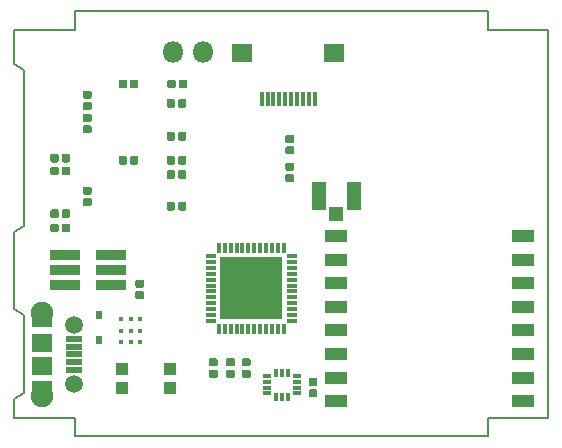
<source format=gts>
G04 #@! TF.GenerationSoftware,KiCad,Pcbnew,(5.1.4)-1*
G04 #@! TF.CreationDate,2019-10-25T18:11:34-07:00*
G04 #@! TF.ProjectId,mainboard,6d61696e-626f-4617-9264-2e6b69636164,rev?*
G04 #@! TF.SameCoordinates,Original*
G04 #@! TF.FileFunction,Soldermask,Top*
G04 #@! TF.FilePolarity,Negative*
%FSLAX46Y46*%
G04 Gerber Fmt 4.6, Leading zero omitted, Abs format (unit mm)*
G04 Created by KiCad (PCBNEW (5.1.4)-1) date 2019-10-25 18:11:34*
%MOMM*%
%LPD*%
G04 APERTURE LIST*
%ADD10C,0.150000*%
%ADD11O,1.801600X1.801600*%
%ADD12R,2.501600X0.841600*%
%ADD13C,0.100000*%
%ADD14C,0.691600*%
%ADD15R,1.151600X1.151600*%
%ADD16R,1.151600X2.351600*%
%ADD17R,0.951600X0.401600*%
%ADD18R,0.401600X0.951600*%
%ADD19R,5.351600X5.351600*%
%ADD20R,1.901600X1.101600*%
%ADD21R,0.351600X0.776600*%
%ADD22R,0.776600X0.351600*%
%ADD23R,0.351600X1.201600*%
%ADD24R,1.801600X1.601600*%
%ADD25R,0.551600X0.701600*%
%ADD26R,1.451600X0.551600*%
%ADD27C,1.509600*%
%ADD28C,1.901600*%
%ADD29R,1.651600X1.601600*%
%ADD30C,0.401599*%
%ADD31R,1.001600X1.001600*%
G04 APERTURE END LIST*
D10*
X76625100Y-98791400D02*
X76625100Y-92202000D01*
X77463300Y-78486000D02*
X76625100Y-77978000D01*
X77463300Y-91694000D02*
X76625100Y-92202000D01*
X77463300Y-78486000D02*
X77463300Y-91694000D01*
X81725100Y-75141600D02*
X81725100Y-73541600D01*
X81725100Y-107941600D02*
X81725100Y-109541600D01*
X121800300Y-107941600D02*
X116700300Y-107941600D01*
X76625100Y-75141600D02*
X81725100Y-75141600D01*
X116700300Y-107941600D02*
X116700300Y-109541600D01*
X116700300Y-73541600D02*
X116700300Y-75141600D01*
X121800300Y-75141600D02*
X116700300Y-75141600D01*
X76625100Y-107941600D02*
X76625100Y-106335200D01*
X81725100Y-107941600D02*
X76625100Y-107941600D01*
X77463300Y-99299400D02*
X76625100Y-98791400D01*
X121800300Y-107941600D02*
X121800300Y-75141600D01*
X77463300Y-105827200D02*
X76625100Y-106335200D01*
X77463300Y-99299400D02*
X77463300Y-105827200D01*
X81725100Y-109541600D02*
X116700300Y-109541600D01*
X116700300Y-73541600D02*
X81725100Y-73541600D01*
X76625100Y-75141600D02*
X76625100Y-77978000D01*
D11*
X92583000Y-76962000D03*
X90043000Y-76962000D03*
D12*
X84817500Y-96710500D03*
X80917500Y-96710500D03*
X84817500Y-95440500D03*
X80917500Y-95440500D03*
X84817500Y-94170500D03*
X80917500Y-94170500D03*
D13*
G36*
X86001347Y-85799533D02*
G01*
X86018131Y-85802022D01*
X86034590Y-85806145D01*
X86050566Y-85811861D01*
X86065904Y-85819116D01*
X86080458Y-85827839D01*
X86094087Y-85837946D01*
X86106659Y-85849341D01*
X86118054Y-85861913D01*
X86128161Y-85875542D01*
X86136884Y-85890096D01*
X86144139Y-85905434D01*
X86149855Y-85921410D01*
X86153978Y-85937869D01*
X86156467Y-85954653D01*
X86157300Y-85971600D01*
X86157300Y-86367400D01*
X86156467Y-86384347D01*
X86153978Y-86401131D01*
X86149855Y-86417590D01*
X86144139Y-86433566D01*
X86136884Y-86448904D01*
X86128161Y-86463458D01*
X86118054Y-86477087D01*
X86106659Y-86489659D01*
X86094087Y-86501054D01*
X86080458Y-86511161D01*
X86065904Y-86519884D01*
X86050566Y-86527139D01*
X86034590Y-86532855D01*
X86018131Y-86536978D01*
X86001347Y-86539467D01*
X85984400Y-86540300D01*
X85638600Y-86540300D01*
X85621653Y-86539467D01*
X85604869Y-86536978D01*
X85588410Y-86532855D01*
X85572434Y-86527139D01*
X85557096Y-86519884D01*
X85542542Y-86511161D01*
X85528913Y-86501054D01*
X85516341Y-86489659D01*
X85504946Y-86477087D01*
X85494839Y-86463458D01*
X85486116Y-86448904D01*
X85478861Y-86433566D01*
X85473145Y-86417590D01*
X85469022Y-86401131D01*
X85466533Y-86384347D01*
X85465700Y-86367400D01*
X85465700Y-85971600D01*
X85466533Y-85954653D01*
X85469022Y-85937869D01*
X85473145Y-85921410D01*
X85478861Y-85905434D01*
X85486116Y-85890096D01*
X85494839Y-85875542D01*
X85504946Y-85861913D01*
X85516341Y-85849341D01*
X85528913Y-85837946D01*
X85542542Y-85827839D01*
X85557096Y-85819116D01*
X85572434Y-85811861D01*
X85588410Y-85806145D01*
X85604869Y-85802022D01*
X85621653Y-85799533D01*
X85638600Y-85798700D01*
X85984400Y-85798700D01*
X86001347Y-85799533D01*
X86001347Y-85799533D01*
G37*
D14*
X85811500Y-86169500D03*
D13*
G36*
X86971347Y-85799533D02*
G01*
X86988131Y-85802022D01*
X87004590Y-85806145D01*
X87020566Y-85811861D01*
X87035904Y-85819116D01*
X87050458Y-85827839D01*
X87064087Y-85837946D01*
X87076659Y-85849341D01*
X87088054Y-85861913D01*
X87098161Y-85875542D01*
X87106884Y-85890096D01*
X87114139Y-85905434D01*
X87119855Y-85921410D01*
X87123978Y-85937869D01*
X87126467Y-85954653D01*
X87127300Y-85971600D01*
X87127300Y-86367400D01*
X87126467Y-86384347D01*
X87123978Y-86401131D01*
X87119855Y-86417590D01*
X87114139Y-86433566D01*
X87106884Y-86448904D01*
X87098161Y-86463458D01*
X87088054Y-86477087D01*
X87076659Y-86489659D01*
X87064087Y-86501054D01*
X87050458Y-86511161D01*
X87035904Y-86519884D01*
X87020566Y-86527139D01*
X87004590Y-86532855D01*
X86988131Y-86536978D01*
X86971347Y-86539467D01*
X86954400Y-86540300D01*
X86608600Y-86540300D01*
X86591653Y-86539467D01*
X86574869Y-86536978D01*
X86558410Y-86532855D01*
X86542434Y-86527139D01*
X86527096Y-86519884D01*
X86512542Y-86511161D01*
X86498913Y-86501054D01*
X86486341Y-86489659D01*
X86474946Y-86477087D01*
X86464839Y-86463458D01*
X86456116Y-86448904D01*
X86448861Y-86433566D01*
X86443145Y-86417590D01*
X86439022Y-86401131D01*
X86436533Y-86384347D01*
X86435700Y-86367400D01*
X86435700Y-85971600D01*
X86436533Y-85954653D01*
X86439022Y-85937869D01*
X86443145Y-85921410D01*
X86448861Y-85905434D01*
X86456116Y-85890096D01*
X86464839Y-85875542D01*
X86474946Y-85861913D01*
X86486341Y-85849341D01*
X86498913Y-85837946D01*
X86512542Y-85827839D01*
X86527096Y-85819116D01*
X86542434Y-85811861D01*
X86558410Y-85806145D01*
X86574869Y-85802022D01*
X86591653Y-85799533D01*
X86608600Y-85798700D01*
X86954400Y-85798700D01*
X86971347Y-85799533D01*
X86971347Y-85799533D01*
G37*
D14*
X86781500Y-86169500D03*
D13*
G36*
X86001347Y-79322533D02*
G01*
X86018131Y-79325022D01*
X86034590Y-79329145D01*
X86050566Y-79334861D01*
X86065904Y-79342116D01*
X86080458Y-79350839D01*
X86094087Y-79360946D01*
X86106659Y-79372341D01*
X86118054Y-79384913D01*
X86128161Y-79398542D01*
X86136884Y-79413096D01*
X86144139Y-79428434D01*
X86149855Y-79444410D01*
X86153978Y-79460869D01*
X86156467Y-79477653D01*
X86157300Y-79494600D01*
X86157300Y-79890400D01*
X86156467Y-79907347D01*
X86153978Y-79924131D01*
X86149855Y-79940590D01*
X86144139Y-79956566D01*
X86136884Y-79971904D01*
X86128161Y-79986458D01*
X86118054Y-80000087D01*
X86106659Y-80012659D01*
X86094087Y-80024054D01*
X86080458Y-80034161D01*
X86065904Y-80042884D01*
X86050566Y-80050139D01*
X86034590Y-80055855D01*
X86018131Y-80059978D01*
X86001347Y-80062467D01*
X85984400Y-80063300D01*
X85638600Y-80063300D01*
X85621653Y-80062467D01*
X85604869Y-80059978D01*
X85588410Y-80055855D01*
X85572434Y-80050139D01*
X85557096Y-80042884D01*
X85542542Y-80034161D01*
X85528913Y-80024054D01*
X85516341Y-80012659D01*
X85504946Y-80000087D01*
X85494839Y-79986458D01*
X85486116Y-79971904D01*
X85478861Y-79956566D01*
X85473145Y-79940590D01*
X85469022Y-79924131D01*
X85466533Y-79907347D01*
X85465700Y-79890400D01*
X85465700Y-79494600D01*
X85466533Y-79477653D01*
X85469022Y-79460869D01*
X85473145Y-79444410D01*
X85478861Y-79428434D01*
X85486116Y-79413096D01*
X85494839Y-79398542D01*
X85504946Y-79384913D01*
X85516341Y-79372341D01*
X85528913Y-79360946D01*
X85542542Y-79350839D01*
X85557096Y-79342116D01*
X85572434Y-79334861D01*
X85588410Y-79329145D01*
X85604869Y-79325022D01*
X85621653Y-79322533D01*
X85638600Y-79321700D01*
X85984400Y-79321700D01*
X86001347Y-79322533D01*
X86001347Y-79322533D01*
G37*
D14*
X85811500Y-79692500D03*
D13*
G36*
X86971347Y-79322533D02*
G01*
X86988131Y-79325022D01*
X87004590Y-79329145D01*
X87020566Y-79334861D01*
X87035904Y-79342116D01*
X87050458Y-79350839D01*
X87064087Y-79360946D01*
X87076659Y-79372341D01*
X87088054Y-79384913D01*
X87098161Y-79398542D01*
X87106884Y-79413096D01*
X87114139Y-79428434D01*
X87119855Y-79444410D01*
X87123978Y-79460869D01*
X87126467Y-79477653D01*
X87127300Y-79494600D01*
X87127300Y-79890400D01*
X87126467Y-79907347D01*
X87123978Y-79924131D01*
X87119855Y-79940590D01*
X87114139Y-79956566D01*
X87106884Y-79971904D01*
X87098161Y-79986458D01*
X87088054Y-80000087D01*
X87076659Y-80012659D01*
X87064087Y-80024054D01*
X87050458Y-80034161D01*
X87035904Y-80042884D01*
X87020566Y-80050139D01*
X87004590Y-80055855D01*
X86988131Y-80059978D01*
X86971347Y-80062467D01*
X86954400Y-80063300D01*
X86608600Y-80063300D01*
X86591653Y-80062467D01*
X86574869Y-80059978D01*
X86558410Y-80055855D01*
X86542434Y-80050139D01*
X86527096Y-80042884D01*
X86512542Y-80034161D01*
X86498913Y-80024054D01*
X86486341Y-80012659D01*
X86474946Y-80000087D01*
X86464839Y-79986458D01*
X86456116Y-79971904D01*
X86448861Y-79956566D01*
X86443145Y-79940590D01*
X86439022Y-79924131D01*
X86436533Y-79907347D01*
X86435700Y-79890400D01*
X86435700Y-79494600D01*
X86436533Y-79477653D01*
X86439022Y-79460869D01*
X86443145Y-79444410D01*
X86448861Y-79428434D01*
X86456116Y-79413096D01*
X86464839Y-79398542D01*
X86474946Y-79384913D01*
X86486341Y-79372341D01*
X86498913Y-79360946D01*
X86512542Y-79350839D01*
X86527096Y-79342116D01*
X86542434Y-79334861D01*
X86558410Y-79329145D01*
X86574869Y-79325022D01*
X86591653Y-79322533D01*
X86608600Y-79321700D01*
X86954400Y-79321700D01*
X86971347Y-79322533D01*
X86971347Y-79322533D01*
G37*
D14*
X86781500Y-79692500D03*
D13*
G36*
X83018847Y-88387533D02*
G01*
X83035631Y-88390022D01*
X83052090Y-88394145D01*
X83068066Y-88399861D01*
X83083404Y-88407116D01*
X83097958Y-88415839D01*
X83111587Y-88425946D01*
X83124159Y-88437341D01*
X83135554Y-88449913D01*
X83145661Y-88463542D01*
X83154384Y-88478096D01*
X83161639Y-88493434D01*
X83167355Y-88509410D01*
X83171478Y-88525869D01*
X83173967Y-88542653D01*
X83174800Y-88559600D01*
X83174800Y-88905400D01*
X83173967Y-88922347D01*
X83171478Y-88939131D01*
X83167355Y-88955590D01*
X83161639Y-88971566D01*
X83154384Y-88986904D01*
X83145661Y-89001458D01*
X83135554Y-89015087D01*
X83124159Y-89027659D01*
X83111587Y-89039054D01*
X83097958Y-89049161D01*
X83083404Y-89057884D01*
X83068066Y-89065139D01*
X83052090Y-89070855D01*
X83035631Y-89074978D01*
X83018847Y-89077467D01*
X83001900Y-89078300D01*
X82606100Y-89078300D01*
X82589153Y-89077467D01*
X82572369Y-89074978D01*
X82555910Y-89070855D01*
X82539934Y-89065139D01*
X82524596Y-89057884D01*
X82510042Y-89049161D01*
X82496413Y-89039054D01*
X82483841Y-89027659D01*
X82472446Y-89015087D01*
X82462339Y-89001458D01*
X82453616Y-88986904D01*
X82446361Y-88971566D01*
X82440645Y-88955590D01*
X82436522Y-88939131D01*
X82434033Y-88922347D01*
X82433200Y-88905400D01*
X82433200Y-88559600D01*
X82434033Y-88542653D01*
X82436522Y-88525869D01*
X82440645Y-88509410D01*
X82446361Y-88493434D01*
X82453616Y-88478096D01*
X82462339Y-88463542D01*
X82472446Y-88449913D01*
X82483841Y-88437341D01*
X82496413Y-88425946D01*
X82510042Y-88415839D01*
X82524596Y-88407116D01*
X82539934Y-88399861D01*
X82555910Y-88394145D01*
X82572369Y-88390022D01*
X82589153Y-88387533D01*
X82606100Y-88386700D01*
X83001900Y-88386700D01*
X83018847Y-88387533D01*
X83018847Y-88387533D01*
G37*
D14*
X82804000Y-88732500D03*
D13*
G36*
X83018847Y-89357533D02*
G01*
X83035631Y-89360022D01*
X83052090Y-89364145D01*
X83068066Y-89369861D01*
X83083404Y-89377116D01*
X83097958Y-89385839D01*
X83111587Y-89395946D01*
X83124159Y-89407341D01*
X83135554Y-89419913D01*
X83145661Y-89433542D01*
X83154384Y-89448096D01*
X83161639Y-89463434D01*
X83167355Y-89479410D01*
X83171478Y-89495869D01*
X83173967Y-89512653D01*
X83174800Y-89529600D01*
X83174800Y-89875400D01*
X83173967Y-89892347D01*
X83171478Y-89909131D01*
X83167355Y-89925590D01*
X83161639Y-89941566D01*
X83154384Y-89956904D01*
X83145661Y-89971458D01*
X83135554Y-89985087D01*
X83124159Y-89997659D01*
X83111587Y-90009054D01*
X83097958Y-90019161D01*
X83083404Y-90027884D01*
X83068066Y-90035139D01*
X83052090Y-90040855D01*
X83035631Y-90044978D01*
X83018847Y-90047467D01*
X83001900Y-90048300D01*
X82606100Y-90048300D01*
X82589153Y-90047467D01*
X82572369Y-90044978D01*
X82555910Y-90040855D01*
X82539934Y-90035139D01*
X82524596Y-90027884D01*
X82510042Y-90019161D01*
X82496413Y-90009054D01*
X82483841Y-89997659D01*
X82472446Y-89985087D01*
X82462339Y-89971458D01*
X82453616Y-89956904D01*
X82446361Y-89941566D01*
X82440645Y-89925590D01*
X82436522Y-89909131D01*
X82434033Y-89892347D01*
X82433200Y-89875400D01*
X82433200Y-89529600D01*
X82434033Y-89512653D01*
X82436522Y-89495869D01*
X82440645Y-89479410D01*
X82446361Y-89463434D01*
X82453616Y-89448096D01*
X82462339Y-89433542D01*
X82472446Y-89419913D01*
X82483841Y-89407341D01*
X82496413Y-89395946D01*
X82510042Y-89385839D01*
X82524596Y-89377116D01*
X82539934Y-89369861D01*
X82555910Y-89364145D01*
X82572369Y-89360022D01*
X82589153Y-89357533D01*
X82606100Y-89356700D01*
X83001900Y-89356700D01*
X83018847Y-89357533D01*
X83018847Y-89357533D01*
G37*
D14*
X82804000Y-89702500D03*
D13*
G36*
X83018847Y-82228033D02*
G01*
X83035631Y-82230522D01*
X83052090Y-82234645D01*
X83068066Y-82240361D01*
X83083404Y-82247616D01*
X83097958Y-82256339D01*
X83111587Y-82266446D01*
X83124159Y-82277841D01*
X83135554Y-82290413D01*
X83145661Y-82304042D01*
X83154384Y-82318596D01*
X83161639Y-82333934D01*
X83167355Y-82349910D01*
X83171478Y-82366369D01*
X83173967Y-82383153D01*
X83174800Y-82400100D01*
X83174800Y-82745900D01*
X83173967Y-82762847D01*
X83171478Y-82779631D01*
X83167355Y-82796090D01*
X83161639Y-82812066D01*
X83154384Y-82827404D01*
X83145661Y-82841958D01*
X83135554Y-82855587D01*
X83124159Y-82868159D01*
X83111587Y-82879554D01*
X83097958Y-82889661D01*
X83083404Y-82898384D01*
X83068066Y-82905639D01*
X83052090Y-82911355D01*
X83035631Y-82915478D01*
X83018847Y-82917967D01*
X83001900Y-82918800D01*
X82606100Y-82918800D01*
X82589153Y-82917967D01*
X82572369Y-82915478D01*
X82555910Y-82911355D01*
X82539934Y-82905639D01*
X82524596Y-82898384D01*
X82510042Y-82889661D01*
X82496413Y-82879554D01*
X82483841Y-82868159D01*
X82472446Y-82855587D01*
X82462339Y-82841958D01*
X82453616Y-82827404D01*
X82446361Y-82812066D01*
X82440645Y-82796090D01*
X82436522Y-82779631D01*
X82434033Y-82762847D01*
X82433200Y-82745900D01*
X82433200Y-82400100D01*
X82434033Y-82383153D01*
X82436522Y-82366369D01*
X82440645Y-82349910D01*
X82446361Y-82333934D01*
X82453616Y-82318596D01*
X82462339Y-82304042D01*
X82472446Y-82290413D01*
X82483841Y-82277841D01*
X82496413Y-82266446D01*
X82510042Y-82256339D01*
X82524596Y-82247616D01*
X82539934Y-82240361D01*
X82555910Y-82234645D01*
X82572369Y-82230522D01*
X82589153Y-82228033D01*
X82606100Y-82227200D01*
X83001900Y-82227200D01*
X83018847Y-82228033D01*
X83018847Y-82228033D01*
G37*
D14*
X82804000Y-82573000D03*
D13*
G36*
X83018847Y-83198033D02*
G01*
X83035631Y-83200522D01*
X83052090Y-83204645D01*
X83068066Y-83210361D01*
X83083404Y-83217616D01*
X83097958Y-83226339D01*
X83111587Y-83236446D01*
X83124159Y-83247841D01*
X83135554Y-83260413D01*
X83145661Y-83274042D01*
X83154384Y-83288596D01*
X83161639Y-83303934D01*
X83167355Y-83319910D01*
X83171478Y-83336369D01*
X83173967Y-83353153D01*
X83174800Y-83370100D01*
X83174800Y-83715900D01*
X83173967Y-83732847D01*
X83171478Y-83749631D01*
X83167355Y-83766090D01*
X83161639Y-83782066D01*
X83154384Y-83797404D01*
X83145661Y-83811958D01*
X83135554Y-83825587D01*
X83124159Y-83838159D01*
X83111587Y-83849554D01*
X83097958Y-83859661D01*
X83083404Y-83868384D01*
X83068066Y-83875639D01*
X83052090Y-83881355D01*
X83035631Y-83885478D01*
X83018847Y-83887967D01*
X83001900Y-83888800D01*
X82606100Y-83888800D01*
X82589153Y-83887967D01*
X82572369Y-83885478D01*
X82555910Y-83881355D01*
X82539934Y-83875639D01*
X82524596Y-83868384D01*
X82510042Y-83859661D01*
X82496413Y-83849554D01*
X82483841Y-83838159D01*
X82472446Y-83825587D01*
X82462339Y-83811958D01*
X82453616Y-83797404D01*
X82446361Y-83782066D01*
X82440645Y-83766090D01*
X82436522Y-83749631D01*
X82434033Y-83732847D01*
X82433200Y-83715900D01*
X82433200Y-83370100D01*
X82434033Y-83353153D01*
X82436522Y-83336369D01*
X82440645Y-83319910D01*
X82446361Y-83303934D01*
X82453616Y-83288596D01*
X82462339Y-83274042D01*
X82472446Y-83260413D01*
X82483841Y-83247841D01*
X82496413Y-83236446D01*
X82510042Y-83226339D01*
X82524596Y-83217616D01*
X82539934Y-83210361D01*
X82555910Y-83204645D01*
X82572369Y-83200522D01*
X82589153Y-83198033D01*
X82606100Y-83197200D01*
X83001900Y-83197200D01*
X83018847Y-83198033D01*
X83018847Y-83198033D01*
G37*
D14*
X82804000Y-83543000D03*
D13*
G36*
X83018847Y-80259533D02*
G01*
X83035631Y-80262022D01*
X83052090Y-80266145D01*
X83068066Y-80271861D01*
X83083404Y-80279116D01*
X83097958Y-80287839D01*
X83111587Y-80297946D01*
X83124159Y-80309341D01*
X83135554Y-80321913D01*
X83145661Y-80335542D01*
X83154384Y-80350096D01*
X83161639Y-80365434D01*
X83167355Y-80381410D01*
X83171478Y-80397869D01*
X83173967Y-80414653D01*
X83174800Y-80431600D01*
X83174800Y-80777400D01*
X83173967Y-80794347D01*
X83171478Y-80811131D01*
X83167355Y-80827590D01*
X83161639Y-80843566D01*
X83154384Y-80858904D01*
X83145661Y-80873458D01*
X83135554Y-80887087D01*
X83124159Y-80899659D01*
X83111587Y-80911054D01*
X83097958Y-80921161D01*
X83083404Y-80929884D01*
X83068066Y-80937139D01*
X83052090Y-80942855D01*
X83035631Y-80946978D01*
X83018847Y-80949467D01*
X83001900Y-80950300D01*
X82606100Y-80950300D01*
X82589153Y-80949467D01*
X82572369Y-80946978D01*
X82555910Y-80942855D01*
X82539934Y-80937139D01*
X82524596Y-80929884D01*
X82510042Y-80921161D01*
X82496413Y-80911054D01*
X82483841Y-80899659D01*
X82472446Y-80887087D01*
X82462339Y-80873458D01*
X82453616Y-80858904D01*
X82446361Y-80843566D01*
X82440645Y-80827590D01*
X82436522Y-80811131D01*
X82434033Y-80794347D01*
X82433200Y-80777400D01*
X82433200Y-80431600D01*
X82434033Y-80414653D01*
X82436522Y-80397869D01*
X82440645Y-80381410D01*
X82446361Y-80365434D01*
X82453616Y-80350096D01*
X82462339Y-80335542D01*
X82472446Y-80321913D01*
X82483841Y-80309341D01*
X82496413Y-80297946D01*
X82510042Y-80287839D01*
X82524596Y-80279116D01*
X82539934Y-80271861D01*
X82555910Y-80266145D01*
X82572369Y-80262022D01*
X82589153Y-80259533D01*
X82606100Y-80258700D01*
X83001900Y-80258700D01*
X83018847Y-80259533D01*
X83018847Y-80259533D01*
G37*
D14*
X82804000Y-80604500D03*
D13*
G36*
X83018847Y-81229533D02*
G01*
X83035631Y-81232022D01*
X83052090Y-81236145D01*
X83068066Y-81241861D01*
X83083404Y-81249116D01*
X83097958Y-81257839D01*
X83111587Y-81267946D01*
X83124159Y-81279341D01*
X83135554Y-81291913D01*
X83145661Y-81305542D01*
X83154384Y-81320096D01*
X83161639Y-81335434D01*
X83167355Y-81351410D01*
X83171478Y-81367869D01*
X83173967Y-81384653D01*
X83174800Y-81401600D01*
X83174800Y-81747400D01*
X83173967Y-81764347D01*
X83171478Y-81781131D01*
X83167355Y-81797590D01*
X83161639Y-81813566D01*
X83154384Y-81828904D01*
X83145661Y-81843458D01*
X83135554Y-81857087D01*
X83124159Y-81869659D01*
X83111587Y-81881054D01*
X83097958Y-81891161D01*
X83083404Y-81899884D01*
X83068066Y-81907139D01*
X83052090Y-81912855D01*
X83035631Y-81916978D01*
X83018847Y-81919467D01*
X83001900Y-81920300D01*
X82606100Y-81920300D01*
X82589153Y-81919467D01*
X82572369Y-81916978D01*
X82555910Y-81912855D01*
X82539934Y-81907139D01*
X82524596Y-81899884D01*
X82510042Y-81891161D01*
X82496413Y-81881054D01*
X82483841Y-81869659D01*
X82472446Y-81857087D01*
X82462339Y-81843458D01*
X82453616Y-81828904D01*
X82446361Y-81813566D01*
X82440645Y-81797590D01*
X82436522Y-81781131D01*
X82434033Y-81764347D01*
X82433200Y-81747400D01*
X82433200Y-81401600D01*
X82434033Y-81384653D01*
X82436522Y-81367869D01*
X82440645Y-81351410D01*
X82446361Y-81335434D01*
X82453616Y-81320096D01*
X82462339Y-81305542D01*
X82472446Y-81291913D01*
X82483841Y-81279341D01*
X82496413Y-81267946D01*
X82510042Y-81257839D01*
X82524596Y-81249116D01*
X82539934Y-81241861D01*
X82555910Y-81236145D01*
X82572369Y-81232022D01*
X82589153Y-81229533D01*
X82606100Y-81228700D01*
X83001900Y-81228700D01*
X83018847Y-81229533D01*
X83018847Y-81229533D01*
G37*
D14*
X82804000Y-81574500D03*
D13*
G36*
X100163847Y-86355533D02*
G01*
X100180631Y-86358022D01*
X100197090Y-86362145D01*
X100213066Y-86367861D01*
X100228404Y-86375116D01*
X100242958Y-86383839D01*
X100256587Y-86393946D01*
X100269159Y-86405341D01*
X100280554Y-86417913D01*
X100290661Y-86431542D01*
X100299384Y-86446096D01*
X100306639Y-86461434D01*
X100312355Y-86477410D01*
X100316478Y-86493869D01*
X100318967Y-86510653D01*
X100319800Y-86527600D01*
X100319800Y-86873400D01*
X100318967Y-86890347D01*
X100316478Y-86907131D01*
X100312355Y-86923590D01*
X100306639Y-86939566D01*
X100299384Y-86954904D01*
X100290661Y-86969458D01*
X100280554Y-86983087D01*
X100269159Y-86995659D01*
X100256587Y-87007054D01*
X100242958Y-87017161D01*
X100228404Y-87025884D01*
X100213066Y-87033139D01*
X100197090Y-87038855D01*
X100180631Y-87042978D01*
X100163847Y-87045467D01*
X100146900Y-87046300D01*
X99751100Y-87046300D01*
X99734153Y-87045467D01*
X99717369Y-87042978D01*
X99700910Y-87038855D01*
X99684934Y-87033139D01*
X99669596Y-87025884D01*
X99655042Y-87017161D01*
X99641413Y-87007054D01*
X99628841Y-86995659D01*
X99617446Y-86983087D01*
X99607339Y-86969458D01*
X99598616Y-86954904D01*
X99591361Y-86939566D01*
X99585645Y-86923590D01*
X99581522Y-86907131D01*
X99579033Y-86890347D01*
X99578200Y-86873400D01*
X99578200Y-86527600D01*
X99579033Y-86510653D01*
X99581522Y-86493869D01*
X99585645Y-86477410D01*
X99591361Y-86461434D01*
X99598616Y-86446096D01*
X99607339Y-86431542D01*
X99617446Y-86417913D01*
X99628841Y-86405341D01*
X99641413Y-86393946D01*
X99655042Y-86383839D01*
X99669596Y-86375116D01*
X99684934Y-86367861D01*
X99700910Y-86362145D01*
X99717369Y-86358022D01*
X99734153Y-86355533D01*
X99751100Y-86354700D01*
X100146900Y-86354700D01*
X100163847Y-86355533D01*
X100163847Y-86355533D01*
G37*
D14*
X99949000Y-86700500D03*
D13*
G36*
X100163847Y-87325533D02*
G01*
X100180631Y-87328022D01*
X100197090Y-87332145D01*
X100213066Y-87337861D01*
X100228404Y-87345116D01*
X100242958Y-87353839D01*
X100256587Y-87363946D01*
X100269159Y-87375341D01*
X100280554Y-87387913D01*
X100290661Y-87401542D01*
X100299384Y-87416096D01*
X100306639Y-87431434D01*
X100312355Y-87447410D01*
X100316478Y-87463869D01*
X100318967Y-87480653D01*
X100319800Y-87497600D01*
X100319800Y-87843400D01*
X100318967Y-87860347D01*
X100316478Y-87877131D01*
X100312355Y-87893590D01*
X100306639Y-87909566D01*
X100299384Y-87924904D01*
X100290661Y-87939458D01*
X100280554Y-87953087D01*
X100269159Y-87965659D01*
X100256587Y-87977054D01*
X100242958Y-87987161D01*
X100228404Y-87995884D01*
X100213066Y-88003139D01*
X100197090Y-88008855D01*
X100180631Y-88012978D01*
X100163847Y-88015467D01*
X100146900Y-88016300D01*
X99751100Y-88016300D01*
X99734153Y-88015467D01*
X99717369Y-88012978D01*
X99700910Y-88008855D01*
X99684934Y-88003139D01*
X99669596Y-87995884D01*
X99655042Y-87987161D01*
X99641413Y-87977054D01*
X99628841Y-87965659D01*
X99617446Y-87953087D01*
X99607339Y-87939458D01*
X99598616Y-87924904D01*
X99591361Y-87909566D01*
X99585645Y-87893590D01*
X99581522Y-87877131D01*
X99579033Y-87860347D01*
X99578200Y-87843400D01*
X99578200Y-87497600D01*
X99579033Y-87480653D01*
X99581522Y-87463869D01*
X99585645Y-87447410D01*
X99591361Y-87431434D01*
X99598616Y-87416096D01*
X99607339Y-87401542D01*
X99617446Y-87387913D01*
X99628841Y-87375341D01*
X99641413Y-87363946D01*
X99655042Y-87353839D01*
X99669596Y-87345116D01*
X99684934Y-87337861D01*
X99700910Y-87332145D01*
X99717369Y-87328022D01*
X99734153Y-87325533D01*
X99751100Y-87324700D01*
X100146900Y-87324700D01*
X100163847Y-87325533D01*
X100163847Y-87325533D01*
G37*
D14*
X99949000Y-87670500D03*
D13*
G36*
X100163847Y-84006033D02*
G01*
X100180631Y-84008522D01*
X100197090Y-84012645D01*
X100213066Y-84018361D01*
X100228404Y-84025616D01*
X100242958Y-84034339D01*
X100256587Y-84044446D01*
X100269159Y-84055841D01*
X100280554Y-84068413D01*
X100290661Y-84082042D01*
X100299384Y-84096596D01*
X100306639Y-84111934D01*
X100312355Y-84127910D01*
X100316478Y-84144369D01*
X100318967Y-84161153D01*
X100319800Y-84178100D01*
X100319800Y-84523900D01*
X100318967Y-84540847D01*
X100316478Y-84557631D01*
X100312355Y-84574090D01*
X100306639Y-84590066D01*
X100299384Y-84605404D01*
X100290661Y-84619958D01*
X100280554Y-84633587D01*
X100269159Y-84646159D01*
X100256587Y-84657554D01*
X100242958Y-84667661D01*
X100228404Y-84676384D01*
X100213066Y-84683639D01*
X100197090Y-84689355D01*
X100180631Y-84693478D01*
X100163847Y-84695967D01*
X100146900Y-84696800D01*
X99751100Y-84696800D01*
X99734153Y-84695967D01*
X99717369Y-84693478D01*
X99700910Y-84689355D01*
X99684934Y-84683639D01*
X99669596Y-84676384D01*
X99655042Y-84667661D01*
X99641413Y-84657554D01*
X99628841Y-84646159D01*
X99617446Y-84633587D01*
X99607339Y-84619958D01*
X99598616Y-84605404D01*
X99591361Y-84590066D01*
X99585645Y-84574090D01*
X99581522Y-84557631D01*
X99579033Y-84540847D01*
X99578200Y-84523900D01*
X99578200Y-84178100D01*
X99579033Y-84161153D01*
X99581522Y-84144369D01*
X99585645Y-84127910D01*
X99591361Y-84111934D01*
X99598616Y-84096596D01*
X99607339Y-84082042D01*
X99617446Y-84068413D01*
X99628841Y-84055841D01*
X99641413Y-84044446D01*
X99655042Y-84034339D01*
X99669596Y-84025616D01*
X99684934Y-84018361D01*
X99700910Y-84012645D01*
X99717369Y-84008522D01*
X99734153Y-84006033D01*
X99751100Y-84005200D01*
X100146900Y-84005200D01*
X100163847Y-84006033D01*
X100163847Y-84006033D01*
G37*
D14*
X99949000Y-84351000D03*
D13*
G36*
X100163847Y-84976033D02*
G01*
X100180631Y-84978522D01*
X100197090Y-84982645D01*
X100213066Y-84988361D01*
X100228404Y-84995616D01*
X100242958Y-85004339D01*
X100256587Y-85014446D01*
X100269159Y-85025841D01*
X100280554Y-85038413D01*
X100290661Y-85052042D01*
X100299384Y-85066596D01*
X100306639Y-85081934D01*
X100312355Y-85097910D01*
X100316478Y-85114369D01*
X100318967Y-85131153D01*
X100319800Y-85148100D01*
X100319800Y-85493900D01*
X100318967Y-85510847D01*
X100316478Y-85527631D01*
X100312355Y-85544090D01*
X100306639Y-85560066D01*
X100299384Y-85575404D01*
X100290661Y-85589958D01*
X100280554Y-85603587D01*
X100269159Y-85616159D01*
X100256587Y-85627554D01*
X100242958Y-85637661D01*
X100228404Y-85646384D01*
X100213066Y-85653639D01*
X100197090Y-85659355D01*
X100180631Y-85663478D01*
X100163847Y-85665967D01*
X100146900Y-85666800D01*
X99751100Y-85666800D01*
X99734153Y-85665967D01*
X99717369Y-85663478D01*
X99700910Y-85659355D01*
X99684934Y-85653639D01*
X99669596Y-85646384D01*
X99655042Y-85637661D01*
X99641413Y-85627554D01*
X99628841Y-85616159D01*
X99617446Y-85603587D01*
X99607339Y-85589958D01*
X99598616Y-85575404D01*
X99591361Y-85560066D01*
X99585645Y-85544090D01*
X99581522Y-85527631D01*
X99579033Y-85510847D01*
X99578200Y-85493900D01*
X99578200Y-85148100D01*
X99579033Y-85131153D01*
X99581522Y-85114369D01*
X99585645Y-85097910D01*
X99591361Y-85081934D01*
X99598616Y-85066596D01*
X99607339Y-85052042D01*
X99617446Y-85038413D01*
X99628841Y-85025841D01*
X99641413Y-85014446D01*
X99655042Y-85004339D01*
X99669596Y-84995616D01*
X99684934Y-84988361D01*
X99700910Y-84982645D01*
X99717369Y-84978522D01*
X99734153Y-84976033D01*
X99751100Y-84975200D01*
X100146900Y-84975200D01*
X100163847Y-84976033D01*
X100163847Y-84976033D01*
G37*
D14*
X99949000Y-85321000D03*
D15*
X103886000Y-90679000D03*
D16*
X105361000Y-89154000D03*
X102411000Y-89154000D03*
D13*
G36*
X93686847Y-103899033D02*
G01*
X93703631Y-103901522D01*
X93720090Y-103905645D01*
X93736066Y-103911361D01*
X93751404Y-103918616D01*
X93765958Y-103927339D01*
X93779587Y-103937446D01*
X93792159Y-103948841D01*
X93803554Y-103961413D01*
X93813661Y-103975042D01*
X93822384Y-103989596D01*
X93829639Y-104004934D01*
X93835355Y-104020910D01*
X93839478Y-104037369D01*
X93841967Y-104054153D01*
X93842800Y-104071100D01*
X93842800Y-104416900D01*
X93841967Y-104433847D01*
X93839478Y-104450631D01*
X93835355Y-104467090D01*
X93829639Y-104483066D01*
X93822384Y-104498404D01*
X93813661Y-104512958D01*
X93803554Y-104526587D01*
X93792159Y-104539159D01*
X93779587Y-104550554D01*
X93765958Y-104560661D01*
X93751404Y-104569384D01*
X93736066Y-104576639D01*
X93720090Y-104582355D01*
X93703631Y-104586478D01*
X93686847Y-104588967D01*
X93669900Y-104589800D01*
X93274100Y-104589800D01*
X93257153Y-104588967D01*
X93240369Y-104586478D01*
X93223910Y-104582355D01*
X93207934Y-104576639D01*
X93192596Y-104569384D01*
X93178042Y-104560661D01*
X93164413Y-104550554D01*
X93151841Y-104539159D01*
X93140446Y-104526587D01*
X93130339Y-104512958D01*
X93121616Y-104498404D01*
X93114361Y-104483066D01*
X93108645Y-104467090D01*
X93104522Y-104450631D01*
X93102033Y-104433847D01*
X93101200Y-104416900D01*
X93101200Y-104071100D01*
X93102033Y-104054153D01*
X93104522Y-104037369D01*
X93108645Y-104020910D01*
X93114361Y-104004934D01*
X93121616Y-103989596D01*
X93130339Y-103975042D01*
X93140446Y-103961413D01*
X93151841Y-103948841D01*
X93164413Y-103937446D01*
X93178042Y-103927339D01*
X93192596Y-103918616D01*
X93207934Y-103911361D01*
X93223910Y-103905645D01*
X93240369Y-103901522D01*
X93257153Y-103899033D01*
X93274100Y-103898200D01*
X93669900Y-103898200D01*
X93686847Y-103899033D01*
X93686847Y-103899033D01*
G37*
D14*
X93472000Y-104244000D03*
D13*
G36*
X93686847Y-102929033D02*
G01*
X93703631Y-102931522D01*
X93720090Y-102935645D01*
X93736066Y-102941361D01*
X93751404Y-102948616D01*
X93765958Y-102957339D01*
X93779587Y-102967446D01*
X93792159Y-102978841D01*
X93803554Y-102991413D01*
X93813661Y-103005042D01*
X93822384Y-103019596D01*
X93829639Y-103034934D01*
X93835355Y-103050910D01*
X93839478Y-103067369D01*
X93841967Y-103084153D01*
X93842800Y-103101100D01*
X93842800Y-103446900D01*
X93841967Y-103463847D01*
X93839478Y-103480631D01*
X93835355Y-103497090D01*
X93829639Y-103513066D01*
X93822384Y-103528404D01*
X93813661Y-103542958D01*
X93803554Y-103556587D01*
X93792159Y-103569159D01*
X93779587Y-103580554D01*
X93765958Y-103590661D01*
X93751404Y-103599384D01*
X93736066Y-103606639D01*
X93720090Y-103612355D01*
X93703631Y-103616478D01*
X93686847Y-103618967D01*
X93669900Y-103619800D01*
X93274100Y-103619800D01*
X93257153Y-103618967D01*
X93240369Y-103616478D01*
X93223910Y-103612355D01*
X93207934Y-103606639D01*
X93192596Y-103599384D01*
X93178042Y-103590661D01*
X93164413Y-103580554D01*
X93151841Y-103569159D01*
X93140446Y-103556587D01*
X93130339Y-103542958D01*
X93121616Y-103528404D01*
X93114361Y-103513066D01*
X93108645Y-103497090D01*
X93104522Y-103480631D01*
X93102033Y-103463847D01*
X93101200Y-103446900D01*
X93101200Y-103101100D01*
X93102033Y-103084153D01*
X93104522Y-103067369D01*
X93108645Y-103050910D01*
X93114361Y-103034934D01*
X93121616Y-103019596D01*
X93130339Y-103005042D01*
X93140446Y-102991413D01*
X93151841Y-102978841D01*
X93164413Y-102967446D01*
X93178042Y-102957339D01*
X93192596Y-102948616D01*
X93207934Y-102941361D01*
X93223910Y-102935645D01*
X93240369Y-102931522D01*
X93257153Y-102929033D01*
X93274100Y-102928200D01*
X93669900Y-102928200D01*
X93686847Y-102929033D01*
X93686847Y-102929033D01*
G37*
D14*
X93472000Y-103274000D03*
D13*
G36*
X90065347Y-80973533D02*
G01*
X90082131Y-80976022D01*
X90098590Y-80980145D01*
X90114566Y-80985861D01*
X90129904Y-80993116D01*
X90144458Y-81001839D01*
X90158087Y-81011946D01*
X90170659Y-81023341D01*
X90182054Y-81035913D01*
X90192161Y-81049542D01*
X90200884Y-81064096D01*
X90208139Y-81079434D01*
X90213855Y-81095410D01*
X90217978Y-81111869D01*
X90220467Y-81128653D01*
X90221300Y-81145600D01*
X90221300Y-81541400D01*
X90220467Y-81558347D01*
X90217978Y-81575131D01*
X90213855Y-81591590D01*
X90208139Y-81607566D01*
X90200884Y-81622904D01*
X90192161Y-81637458D01*
X90182054Y-81651087D01*
X90170659Y-81663659D01*
X90158087Y-81675054D01*
X90144458Y-81685161D01*
X90129904Y-81693884D01*
X90114566Y-81701139D01*
X90098590Y-81706855D01*
X90082131Y-81710978D01*
X90065347Y-81713467D01*
X90048400Y-81714300D01*
X89702600Y-81714300D01*
X89685653Y-81713467D01*
X89668869Y-81710978D01*
X89652410Y-81706855D01*
X89636434Y-81701139D01*
X89621096Y-81693884D01*
X89606542Y-81685161D01*
X89592913Y-81675054D01*
X89580341Y-81663659D01*
X89568946Y-81651087D01*
X89558839Y-81637458D01*
X89550116Y-81622904D01*
X89542861Y-81607566D01*
X89537145Y-81591590D01*
X89533022Y-81575131D01*
X89530533Y-81558347D01*
X89529700Y-81541400D01*
X89529700Y-81145600D01*
X89530533Y-81128653D01*
X89533022Y-81111869D01*
X89537145Y-81095410D01*
X89542861Y-81079434D01*
X89550116Y-81064096D01*
X89558839Y-81049542D01*
X89568946Y-81035913D01*
X89580341Y-81023341D01*
X89592913Y-81011946D01*
X89606542Y-81001839D01*
X89621096Y-80993116D01*
X89636434Y-80985861D01*
X89652410Y-80980145D01*
X89668869Y-80976022D01*
X89685653Y-80973533D01*
X89702600Y-80972700D01*
X90048400Y-80972700D01*
X90065347Y-80973533D01*
X90065347Y-80973533D01*
G37*
D14*
X89875500Y-81343500D03*
D13*
G36*
X91035347Y-80973533D02*
G01*
X91052131Y-80976022D01*
X91068590Y-80980145D01*
X91084566Y-80985861D01*
X91099904Y-80993116D01*
X91114458Y-81001839D01*
X91128087Y-81011946D01*
X91140659Y-81023341D01*
X91152054Y-81035913D01*
X91162161Y-81049542D01*
X91170884Y-81064096D01*
X91178139Y-81079434D01*
X91183855Y-81095410D01*
X91187978Y-81111869D01*
X91190467Y-81128653D01*
X91191300Y-81145600D01*
X91191300Y-81541400D01*
X91190467Y-81558347D01*
X91187978Y-81575131D01*
X91183855Y-81591590D01*
X91178139Y-81607566D01*
X91170884Y-81622904D01*
X91162161Y-81637458D01*
X91152054Y-81651087D01*
X91140659Y-81663659D01*
X91128087Y-81675054D01*
X91114458Y-81685161D01*
X91099904Y-81693884D01*
X91084566Y-81701139D01*
X91068590Y-81706855D01*
X91052131Y-81710978D01*
X91035347Y-81713467D01*
X91018400Y-81714300D01*
X90672600Y-81714300D01*
X90655653Y-81713467D01*
X90638869Y-81710978D01*
X90622410Y-81706855D01*
X90606434Y-81701139D01*
X90591096Y-81693884D01*
X90576542Y-81685161D01*
X90562913Y-81675054D01*
X90550341Y-81663659D01*
X90538946Y-81651087D01*
X90528839Y-81637458D01*
X90520116Y-81622904D01*
X90512861Y-81607566D01*
X90507145Y-81591590D01*
X90503022Y-81575131D01*
X90500533Y-81558347D01*
X90499700Y-81541400D01*
X90499700Y-81145600D01*
X90500533Y-81128653D01*
X90503022Y-81111869D01*
X90507145Y-81095410D01*
X90512861Y-81079434D01*
X90520116Y-81064096D01*
X90528839Y-81049542D01*
X90538946Y-81035913D01*
X90550341Y-81023341D01*
X90562913Y-81011946D01*
X90576542Y-81001839D01*
X90591096Y-80993116D01*
X90606434Y-80985861D01*
X90622410Y-80980145D01*
X90638869Y-80976022D01*
X90655653Y-80973533D01*
X90672600Y-80972700D01*
X91018400Y-80972700D01*
X91035347Y-80973533D01*
X91035347Y-80973533D01*
G37*
D14*
X90845500Y-81343500D03*
D17*
X100147800Y-99765300D03*
X100147800Y-99265300D03*
X100147800Y-98765300D03*
X100147800Y-98265300D03*
X100147800Y-97765300D03*
X100147800Y-97265300D03*
X100147800Y-96765300D03*
X100147800Y-96265300D03*
X100147800Y-95765300D03*
X100147800Y-95265300D03*
X100147800Y-94765300D03*
X100147800Y-94265300D03*
D18*
X99447800Y-93565300D03*
X98947800Y-93565300D03*
X98447800Y-93565300D03*
X97947800Y-93565300D03*
X97447800Y-93565300D03*
X96947800Y-93565300D03*
X96447800Y-93565300D03*
X95947800Y-93565300D03*
X95447800Y-93565300D03*
X94947800Y-93565300D03*
X94447800Y-93565300D03*
X93947800Y-93565300D03*
D17*
X93247800Y-94265300D03*
X93247800Y-94765300D03*
X93247800Y-95265300D03*
X93247800Y-95765300D03*
X93247800Y-96265300D03*
X93247800Y-96765300D03*
X93247800Y-97265300D03*
X93247800Y-97765300D03*
X93247800Y-98265300D03*
X93247800Y-98765300D03*
X93247800Y-99265300D03*
X93247800Y-99765300D03*
D18*
X93947800Y-100465300D03*
X94447800Y-100465300D03*
X94947800Y-100465300D03*
X95447800Y-100465300D03*
X95947800Y-100465300D03*
X96447800Y-100465300D03*
X96947800Y-100465300D03*
X97447800Y-100465300D03*
X97947800Y-100465300D03*
X98447800Y-100465300D03*
X98947800Y-100465300D03*
X99447800Y-100465300D03*
D19*
X96697800Y-97015300D03*
D20*
X119660000Y-106568000D03*
X119660000Y-104568000D03*
X119660000Y-102568000D03*
X119660000Y-100568000D03*
X119660000Y-98568000D03*
X119660000Y-96568000D03*
X119660000Y-94568000D03*
X119660000Y-92568000D03*
X103860000Y-92568000D03*
X103860000Y-94568000D03*
X103860000Y-96568000D03*
X103860000Y-98568000D03*
X103860000Y-100568000D03*
X103860000Y-102568000D03*
X103860000Y-104568000D03*
X103860000Y-106568000D03*
D21*
X98814000Y-104144000D03*
X99314000Y-104144000D03*
X99814000Y-104144000D03*
D22*
X100576000Y-104406000D03*
X100576000Y-104906000D03*
X100576000Y-105406000D03*
X100576000Y-105906000D03*
D21*
X99814000Y-106168000D03*
X99314000Y-106168000D03*
X98814000Y-106168000D03*
D22*
X98052000Y-105906000D03*
X98052000Y-105406000D03*
X98052000Y-104906000D03*
X98052000Y-104406000D03*
D13*
G36*
X80222847Y-85609033D02*
G01*
X80239631Y-85611522D01*
X80256090Y-85615645D01*
X80272066Y-85621361D01*
X80287404Y-85628616D01*
X80301958Y-85637339D01*
X80315587Y-85647446D01*
X80328159Y-85658841D01*
X80339554Y-85671413D01*
X80349661Y-85685042D01*
X80358384Y-85699596D01*
X80365639Y-85714934D01*
X80371355Y-85730910D01*
X80375478Y-85747369D01*
X80377967Y-85764153D01*
X80378800Y-85781100D01*
X80378800Y-86176900D01*
X80377967Y-86193847D01*
X80375478Y-86210631D01*
X80371355Y-86227090D01*
X80365639Y-86243066D01*
X80358384Y-86258404D01*
X80349661Y-86272958D01*
X80339554Y-86286587D01*
X80328159Y-86299159D01*
X80315587Y-86310554D01*
X80301958Y-86320661D01*
X80287404Y-86329384D01*
X80272066Y-86336639D01*
X80256090Y-86342355D01*
X80239631Y-86346478D01*
X80222847Y-86348967D01*
X80205900Y-86349800D01*
X79860100Y-86349800D01*
X79843153Y-86348967D01*
X79826369Y-86346478D01*
X79809910Y-86342355D01*
X79793934Y-86336639D01*
X79778596Y-86329384D01*
X79764042Y-86320661D01*
X79750413Y-86310554D01*
X79737841Y-86299159D01*
X79726446Y-86286587D01*
X79716339Y-86272958D01*
X79707616Y-86258404D01*
X79700361Y-86243066D01*
X79694645Y-86227090D01*
X79690522Y-86210631D01*
X79688033Y-86193847D01*
X79687200Y-86176900D01*
X79687200Y-85781100D01*
X79688033Y-85764153D01*
X79690522Y-85747369D01*
X79694645Y-85730910D01*
X79700361Y-85714934D01*
X79707616Y-85699596D01*
X79716339Y-85685042D01*
X79726446Y-85671413D01*
X79737841Y-85658841D01*
X79750413Y-85647446D01*
X79764042Y-85637339D01*
X79778596Y-85628616D01*
X79793934Y-85621361D01*
X79809910Y-85615645D01*
X79826369Y-85611522D01*
X79843153Y-85609033D01*
X79860100Y-85608200D01*
X80205900Y-85608200D01*
X80222847Y-85609033D01*
X80222847Y-85609033D01*
G37*
D14*
X80033000Y-85979000D03*
D13*
G36*
X81192847Y-85609033D02*
G01*
X81209631Y-85611522D01*
X81226090Y-85615645D01*
X81242066Y-85621361D01*
X81257404Y-85628616D01*
X81271958Y-85637339D01*
X81285587Y-85647446D01*
X81298159Y-85658841D01*
X81309554Y-85671413D01*
X81319661Y-85685042D01*
X81328384Y-85699596D01*
X81335639Y-85714934D01*
X81341355Y-85730910D01*
X81345478Y-85747369D01*
X81347967Y-85764153D01*
X81348800Y-85781100D01*
X81348800Y-86176900D01*
X81347967Y-86193847D01*
X81345478Y-86210631D01*
X81341355Y-86227090D01*
X81335639Y-86243066D01*
X81328384Y-86258404D01*
X81319661Y-86272958D01*
X81309554Y-86286587D01*
X81298159Y-86299159D01*
X81285587Y-86310554D01*
X81271958Y-86320661D01*
X81257404Y-86329384D01*
X81242066Y-86336639D01*
X81226090Y-86342355D01*
X81209631Y-86346478D01*
X81192847Y-86348967D01*
X81175900Y-86349800D01*
X80830100Y-86349800D01*
X80813153Y-86348967D01*
X80796369Y-86346478D01*
X80779910Y-86342355D01*
X80763934Y-86336639D01*
X80748596Y-86329384D01*
X80734042Y-86320661D01*
X80720413Y-86310554D01*
X80707841Y-86299159D01*
X80696446Y-86286587D01*
X80686339Y-86272958D01*
X80677616Y-86258404D01*
X80670361Y-86243066D01*
X80664645Y-86227090D01*
X80660522Y-86210631D01*
X80658033Y-86193847D01*
X80657200Y-86176900D01*
X80657200Y-85781100D01*
X80658033Y-85764153D01*
X80660522Y-85747369D01*
X80664645Y-85730910D01*
X80670361Y-85714934D01*
X80677616Y-85699596D01*
X80686339Y-85685042D01*
X80696446Y-85671413D01*
X80707841Y-85658841D01*
X80720413Y-85647446D01*
X80734042Y-85637339D01*
X80748596Y-85628616D01*
X80763934Y-85621361D01*
X80779910Y-85615645D01*
X80796369Y-85611522D01*
X80813153Y-85609033D01*
X80830100Y-85608200D01*
X81175900Y-85608200D01*
X81192847Y-85609033D01*
X81192847Y-85609033D01*
G37*
D14*
X81003000Y-85979000D03*
D13*
G36*
X102132347Y-104580033D02*
G01*
X102149131Y-104582522D01*
X102165590Y-104586645D01*
X102181566Y-104592361D01*
X102196904Y-104599616D01*
X102211458Y-104608339D01*
X102225087Y-104618446D01*
X102237659Y-104629841D01*
X102249054Y-104642413D01*
X102259161Y-104656042D01*
X102267884Y-104670596D01*
X102275139Y-104685934D01*
X102280855Y-104701910D01*
X102284978Y-104718369D01*
X102287467Y-104735153D01*
X102288300Y-104752100D01*
X102288300Y-105097900D01*
X102287467Y-105114847D01*
X102284978Y-105131631D01*
X102280855Y-105148090D01*
X102275139Y-105164066D01*
X102267884Y-105179404D01*
X102259161Y-105193958D01*
X102249054Y-105207587D01*
X102237659Y-105220159D01*
X102225087Y-105231554D01*
X102211458Y-105241661D01*
X102196904Y-105250384D01*
X102181566Y-105257639D01*
X102165590Y-105263355D01*
X102149131Y-105267478D01*
X102132347Y-105269967D01*
X102115400Y-105270800D01*
X101719600Y-105270800D01*
X101702653Y-105269967D01*
X101685869Y-105267478D01*
X101669410Y-105263355D01*
X101653434Y-105257639D01*
X101638096Y-105250384D01*
X101623542Y-105241661D01*
X101609913Y-105231554D01*
X101597341Y-105220159D01*
X101585946Y-105207587D01*
X101575839Y-105193958D01*
X101567116Y-105179404D01*
X101559861Y-105164066D01*
X101554145Y-105148090D01*
X101550022Y-105131631D01*
X101547533Y-105114847D01*
X101546700Y-105097900D01*
X101546700Y-104752100D01*
X101547533Y-104735153D01*
X101550022Y-104718369D01*
X101554145Y-104701910D01*
X101559861Y-104685934D01*
X101567116Y-104670596D01*
X101575839Y-104656042D01*
X101585946Y-104642413D01*
X101597341Y-104629841D01*
X101609913Y-104618446D01*
X101623542Y-104608339D01*
X101638096Y-104599616D01*
X101653434Y-104592361D01*
X101669410Y-104586645D01*
X101685869Y-104582522D01*
X101702653Y-104580033D01*
X101719600Y-104579200D01*
X102115400Y-104579200D01*
X102132347Y-104580033D01*
X102132347Y-104580033D01*
G37*
D14*
X101917500Y-104925000D03*
D13*
G36*
X102132347Y-105550033D02*
G01*
X102149131Y-105552522D01*
X102165590Y-105556645D01*
X102181566Y-105562361D01*
X102196904Y-105569616D01*
X102211458Y-105578339D01*
X102225087Y-105588446D01*
X102237659Y-105599841D01*
X102249054Y-105612413D01*
X102259161Y-105626042D01*
X102267884Y-105640596D01*
X102275139Y-105655934D01*
X102280855Y-105671910D01*
X102284978Y-105688369D01*
X102287467Y-105705153D01*
X102288300Y-105722100D01*
X102288300Y-106067900D01*
X102287467Y-106084847D01*
X102284978Y-106101631D01*
X102280855Y-106118090D01*
X102275139Y-106134066D01*
X102267884Y-106149404D01*
X102259161Y-106163958D01*
X102249054Y-106177587D01*
X102237659Y-106190159D01*
X102225087Y-106201554D01*
X102211458Y-106211661D01*
X102196904Y-106220384D01*
X102181566Y-106227639D01*
X102165590Y-106233355D01*
X102149131Y-106237478D01*
X102132347Y-106239967D01*
X102115400Y-106240800D01*
X101719600Y-106240800D01*
X101702653Y-106239967D01*
X101685869Y-106237478D01*
X101669410Y-106233355D01*
X101653434Y-106227639D01*
X101638096Y-106220384D01*
X101623542Y-106211661D01*
X101609913Y-106201554D01*
X101597341Y-106190159D01*
X101585946Y-106177587D01*
X101575839Y-106163958D01*
X101567116Y-106149404D01*
X101559861Y-106134066D01*
X101554145Y-106118090D01*
X101550022Y-106101631D01*
X101547533Y-106084847D01*
X101546700Y-106067900D01*
X101546700Y-105722100D01*
X101547533Y-105705153D01*
X101550022Y-105688369D01*
X101554145Y-105671910D01*
X101559861Y-105655934D01*
X101567116Y-105640596D01*
X101575839Y-105626042D01*
X101585946Y-105612413D01*
X101597341Y-105599841D01*
X101609913Y-105588446D01*
X101623542Y-105578339D01*
X101638096Y-105569616D01*
X101653434Y-105562361D01*
X101669410Y-105556645D01*
X101685869Y-105552522D01*
X101702653Y-105550033D01*
X101719600Y-105549200D01*
X102115400Y-105549200D01*
X102132347Y-105550033D01*
X102132347Y-105550033D01*
G37*
D14*
X101917500Y-105895000D03*
D13*
G36*
X96480847Y-102929033D02*
G01*
X96497631Y-102931522D01*
X96514090Y-102935645D01*
X96530066Y-102941361D01*
X96545404Y-102948616D01*
X96559958Y-102957339D01*
X96573587Y-102967446D01*
X96586159Y-102978841D01*
X96597554Y-102991413D01*
X96607661Y-103005042D01*
X96616384Y-103019596D01*
X96623639Y-103034934D01*
X96629355Y-103050910D01*
X96633478Y-103067369D01*
X96635967Y-103084153D01*
X96636800Y-103101100D01*
X96636800Y-103446900D01*
X96635967Y-103463847D01*
X96633478Y-103480631D01*
X96629355Y-103497090D01*
X96623639Y-103513066D01*
X96616384Y-103528404D01*
X96607661Y-103542958D01*
X96597554Y-103556587D01*
X96586159Y-103569159D01*
X96573587Y-103580554D01*
X96559958Y-103590661D01*
X96545404Y-103599384D01*
X96530066Y-103606639D01*
X96514090Y-103612355D01*
X96497631Y-103616478D01*
X96480847Y-103618967D01*
X96463900Y-103619800D01*
X96068100Y-103619800D01*
X96051153Y-103618967D01*
X96034369Y-103616478D01*
X96017910Y-103612355D01*
X96001934Y-103606639D01*
X95986596Y-103599384D01*
X95972042Y-103590661D01*
X95958413Y-103580554D01*
X95945841Y-103569159D01*
X95934446Y-103556587D01*
X95924339Y-103542958D01*
X95915616Y-103528404D01*
X95908361Y-103513066D01*
X95902645Y-103497090D01*
X95898522Y-103480631D01*
X95896033Y-103463847D01*
X95895200Y-103446900D01*
X95895200Y-103101100D01*
X95896033Y-103084153D01*
X95898522Y-103067369D01*
X95902645Y-103050910D01*
X95908361Y-103034934D01*
X95915616Y-103019596D01*
X95924339Y-103005042D01*
X95934446Y-102991413D01*
X95945841Y-102978841D01*
X95958413Y-102967446D01*
X95972042Y-102957339D01*
X95986596Y-102948616D01*
X96001934Y-102941361D01*
X96017910Y-102935645D01*
X96034369Y-102931522D01*
X96051153Y-102929033D01*
X96068100Y-102928200D01*
X96463900Y-102928200D01*
X96480847Y-102929033D01*
X96480847Y-102929033D01*
G37*
D14*
X96266000Y-103274000D03*
D13*
G36*
X96480847Y-103899033D02*
G01*
X96497631Y-103901522D01*
X96514090Y-103905645D01*
X96530066Y-103911361D01*
X96545404Y-103918616D01*
X96559958Y-103927339D01*
X96573587Y-103937446D01*
X96586159Y-103948841D01*
X96597554Y-103961413D01*
X96607661Y-103975042D01*
X96616384Y-103989596D01*
X96623639Y-104004934D01*
X96629355Y-104020910D01*
X96633478Y-104037369D01*
X96635967Y-104054153D01*
X96636800Y-104071100D01*
X96636800Y-104416900D01*
X96635967Y-104433847D01*
X96633478Y-104450631D01*
X96629355Y-104467090D01*
X96623639Y-104483066D01*
X96616384Y-104498404D01*
X96607661Y-104512958D01*
X96597554Y-104526587D01*
X96586159Y-104539159D01*
X96573587Y-104550554D01*
X96559958Y-104560661D01*
X96545404Y-104569384D01*
X96530066Y-104576639D01*
X96514090Y-104582355D01*
X96497631Y-104586478D01*
X96480847Y-104588967D01*
X96463900Y-104589800D01*
X96068100Y-104589800D01*
X96051153Y-104588967D01*
X96034369Y-104586478D01*
X96017910Y-104582355D01*
X96001934Y-104576639D01*
X95986596Y-104569384D01*
X95972042Y-104560661D01*
X95958413Y-104550554D01*
X95945841Y-104539159D01*
X95934446Y-104526587D01*
X95924339Y-104512958D01*
X95915616Y-104498404D01*
X95908361Y-104483066D01*
X95902645Y-104467090D01*
X95898522Y-104450631D01*
X95896033Y-104433847D01*
X95895200Y-104416900D01*
X95895200Y-104071100D01*
X95896033Y-104054153D01*
X95898522Y-104037369D01*
X95902645Y-104020910D01*
X95908361Y-104004934D01*
X95915616Y-103989596D01*
X95924339Y-103975042D01*
X95934446Y-103961413D01*
X95945841Y-103948841D01*
X95958413Y-103937446D01*
X95972042Y-103927339D01*
X95986596Y-103918616D01*
X96001934Y-103911361D01*
X96017910Y-103905645D01*
X96034369Y-103901522D01*
X96051153Y-103899033D01*
X96068100Y-103898200D01*
X96463900Y-103898200D01*
X96480847Y-103899033D01*
X96480847Y-103899033D01*
G37*
D14*
X96266000Y-104244000D03*
D23*
X102072000Y-80962500D03*
X101572000Y-80962500D03*
X101072000Y-80962500D03*
X100572000Y-80962500D03*
X100072000Y-80962500D03*
X99572000Y-80962500D03*
X99072000Y-80962500D03*
X98572000Y-80962500D03*
X98072000Y-80962500D03*
X97572000Y-80962500D03*
D24*
X103722000Y-77062500D03*
X95922000Y-77062500D03*
D25*
X83820000Y-99280000D03*
X83820000Y-101380000D03*
D26*
X81662300Y-101288700D03*
X81662300Y-101938700D03*
X81662300Y-102588700D03*
X81662300Y-103238700D03*
X81662300Y-103888700D03*
D27*
X81687300Y-100088700D03*
X81687300Y-105088700D03*
D28*
X78987300Y-99088700D03*
X78987300Y-106088700D03*
D29*
X78987300Y-101588700D03*
X78987300Y-103588700D03*
X78987300Y-99538700D03*
X78987300Y-105638700D03*
D30*
X85686999Y-101583998D03*
X85686999Y-100584000D03*
X85686999Y-99583999D03*
X86486997Y-101583998D03*
X86487000Y-100584000D03*
X86486997Y-99583999D03*
X87286998Y-101583998D03*
X87286998Y-100584000D03*
X87286998Y-99583999D03*
D13*
G36*
X95147347Y-103899033D02*
G01*
X95164131Y-103901522D01*
X95180590Y-103905645D01*
X95196566Y-103911361D01*
X95211904Y-103918616D01*
X95226458Y-103927339D01*
X95240087Y-103937446D01*
X95252659Y-103948841D01*
X95264054Y-103961413D01*
X95274161Y-103975042D01*
X95282884Y-103989596D01*
X95290139Y-104004934D01*
X95295855Y-104020910D01*
X95299978Y-104037369D01*
X95302467Y-104054153D01*
X95303300Y-104071100D01*
X95303300Y-104416900D01*
X95302467Y-104433847D01*
X95299978Y-104450631D01*
X95295855Y-104467090D01*
X95290139Y-104483066D01*
X95282884Y-104498404D01*
X95274161Y-104512958D01*
X95264054Y-104526587D01*
X95252659Y-104539159D01*
X95240087Y-104550554D01*
X95226458Y-104560661D01*
X95211904Y-104569384D01*
X95196566Y-104576639D01*
X95180590Y-104582355D01*
X95164131Y-104586478D01*
X95147347Y-104588967D01*
X95130400Y-104589800D01*
X94734600Y-104589800D01*
X94717653Y-104588967D01*
X94700869Y-104586478D01*
X94684410Y-104582355D01*
X94668434Y-104576639D01*
X94653096Y-104569384D01*
X94638542Y-104560661D01*
X94624913Y-104550554D01*
X94612341Y-104539159D01*
X94600946Y-104526587D01*
X94590839Y-104512958D01*
X94582116Y-104498404D01*
X94574861Y-104483066D01*
X94569145Y-104467090D01*
X94565022Y-104450631D01*
X94562533Y-104433847D01*
X94561700Y-104416900D01*
X94561700Y-104071100D01*
X94562533Y-104054153D01*
X94565022Y-104037369D01*
X94569145Y-104020910D01*
X94574861Y-104004934D01*
X94582116Y-103989596D01*
X94590839Y-103975042D01*
X94600946Y-103961413D01*
X94612341Y-103948841D01*
X94624913Y-103937446D01*
X94638542Y-103927339D01*
X94653096Y-103918616D01*
X94668434Y-103911361D01*
X94684410Y-103905645D01*
X94700869Y-103901522D01*
X94717653Y-103899033D01*
X94734600Y-103898200D01*
X95130400Y-103898200D01*
X95147347Y-103899033D01*
X95147347Y-103899033D01*
G37*
D14*
X94932500Y-104244000D03*
D13*
G36*
X95147347Y-102929033D02*
G01*
X95164131Y-102931522D01*
X95180590Y-102935645D01*
X95196566Y-102941361D01*
X95211904Y-102948616D01*
X95226458Y-102957339D01*
X95240087Y-102967446D01*
X95252659Y-102978841D01*
X95264054Y-102991413D01*
X95274161Y-103005042D01*
X95282884Y-103019596D01*
X95290139Y-103034934D01*
X95295855Y-103050910D01*
X95299978Y-103067369D01*
X95302467Y-103084153D01*
X95303300Y-103101100D01*
X95303300Y-103446900D01*
X95302467Y-103463847D01*
X95299978Y-103480631D01*
X95295855Y-103497090D01*
X95290139Y-103513066D01*
X95282884Y-103528404D01*
X95274161Y-103542958D01*
X95264054Y-103556587D01*
X95252659Y-103569159D01*
X95240087Y-103580554D01*
X95226458Y-103590661D01*
X95211904Y-103599384D01*
X95196566Y-103606639D01*
X95180590Y-103612355D01*
X95164131Y-103616478D01*
X95147347Y-103618967D01*
X95130400Y-103619800D01*
X94734600Y-103619800D01*
X94717653Y-103618967D01*
X94700869Y-103616478D01*
X94684410Y-103612355D01*
X94668434Y-103606639D01*
X94653096Y-103599384D01*
X94638542Y-103590661D01*
X94624913Y-103580554D01*
X94612341Y-103569159D01*
X94600946Y-103556587D01*
X94590839Y-103542958D01*
X94582116Y-103528404D01*
X94574861Y-103513066D01*
X94569145Y-103497090D01*
X94565022Y-103480631D01*
X94562533Y-103463847D01*
X94561700Y-103446900D01*
X94561700Y-103101100D01*
X94562533Y-103084153D01*
X94565022Y-103067369D01*
X94569145Y-103050910D01*
X94574861Y-103034934D01*
X94582116Y-103019596D01*
X94590839Y-103005042D01*
X94600946Y-102991413D01*
X94612341Y-102978841D01*
X94624913Y-102967446D01*
X94638542Y-102957339D01*
X94653096Y-102948616D01*
X94668434Y-102941361D01*
X94684410Y-102935645D01*
X94700869Y-102931522D01*
X94717653Y-102929033D01*
X94734600Y-102928200D01*
X95130400Y-102928200D01*
X95147347Y-102929033D01*
X95147347Y-102929033D01*
G37*
D14*
X94932500Y-103274000D03*
D13*
G36*
X87463847Y-97231533D02*
G01*
X87480631Y-97234022D01*
X87497090Y-97238145D01*
X87513066Y-97243861D01*
X87528404Y-97251116D01*
X87542958Y-97259839D01*
X87556587Y-97269946D01*
X87569159Y-97281341D01*
X87580554Y-97293913D01*
X87590661Y-97307542D01*
X87599384Y-97322096D01*
X87606639Y-97337434D01*
X87612355Y-97353410D01*
X87616478Y-97369869D01*
X87618967Y-97386653D01*
X87619800Y-97403600D01*
X87619800Y-97749400D01*
X87618967Y-97766347D01*
X87616478Y-97783131D01*
X87612355Y-97799590D01*
X87606639Y-97815566D01*
X87599384Y-97830904D01*
X87590661Y-97845458D01*
X87580554Y-97859087D01*
X87569159Y-97871659D01*
X87556587Y-97883054D01*
X87542958Y-97893161D01*
X87528404Y-97901884D01*
X87513066Y-97909139D01*
X87497090Y-97914855D01*
X87480631Y-97918978D01*
X87463847Y-97921467D01*
X87446900Y-97922300D01*
X87051100Y-97922300D01*
X87034153Y-97921467D01*
X87017369Y-97918978D01*
X87000910Y-97914855D01*
X86984934Y-97909139D01*
X86969596Y-97901884D01*
X86955042Y-97893161D01*
X86941413Y-97883054D01*
X86928841Y-97871659D01*
X86917446Y-97859087D01*
X86907339Y-97845458D01*
X86898616Y-97830904D01*
X86891361Y-97815566D01*
X86885645Y-97799590D01*
X86881522Y-97783131D01*
X86879033Y-97766347D01*
X86878200Y-97749400D01*
X86878200Y-97403600D01*
X86879033Y-97386653D01*
X86881522Y-97369869D01*
X86885645Y-97353410D01*
X86891361Y-97337434D01*
X86898616Y-97322096D01*
X86907339Y-97307542D01*
X86917446Y-97293913D01*
X86928841Y-97281341D01*
X86941413Y-97269946D01*
X86955042Y-97259839D01*
X86969596Y-97251116D01*
X86984934Y-97243861D01*
X87000910Y-97238145D01*
X87017369Y-97234022D01*
X87034153Y-97231533D01*
X87051100Y-97230700D01*
X87446900Y-97230700D01*
X87463847Y-97231533D01*
X87463847Y-97231533D01*
G37*
D14*
X87249000Y-97576500D03*
D13*
G36*
X87463847Y-96261533D02*
G01*
X87480631Y-96264022D01*
X87497090Y-96268145D01*
X87513066Y-96273861D01*
X87528404Y-96281116D01*
X87542958Y-96289839D01*
X87556587Y-96299946D01*
X87569159Y-96311341D01*
X87580554Y-96323913D01*
X87590661Y-96337542D01*
X87599384Y-96352096D01*
X87606639Y-96367434D01*
X87612355Y-96383410D01*
X87616478Y-96399869D01*
X87618967Y-96416653D01*
X87619800Y-96433600D01*
X87619800Y-96779400D01*
X87618967Y-96796347D01*
X87616478Y-96813131D01*
X87612355Y-96829590D01*
X87606639Y-96845566D01*
X87599384Y-96860904D01*
X87590661Y-96875458D01*
X87580554Y-96889087D01*
X87569159Y-96901659D01*
X87556587Y-96913054D01*
X87542958Y-96923161D01*
X87528404Y-96931884D01*
X87513066Y-96939139D01*
X87497090Y-96944855D01*
X87480631Y-96948978D01*
X87463847Y-96951467D01*
X87446900Y-96952300D01*
X87051100Y-96952300D01*
X87034153Y-96951467D01*
X87017369Y-96948978D01*
X87000910Y-96944855D01*
X86984934Y-96939139D01*
X86969596Y-96931884D01*
X86955042Y-96923161D01*
X86941413Y-96913054D01*
X86928841Y-96901659D01*
X86917446Y-96889087D01*
X86907339Y-96875458D01*
X86898616Y-96860904D01*
X86891361Y-96845566D01*
X86885645Y-96829590D01*
X86881522Y-96813131D01*
X86879033Y-96796347D01*
X86878200Y-96779400D01*
X86878200Y-96433600D01*
X86879033Y-96416653D01*
X86881522Y-96399869D01*
X86885645Y-96383410D01*
X86891361Y-96367434D01*
X86898616Y-96352096D01*
X86907339Y-96337542D01*
X86917446Y-96323913D01*
X86928841Y-96311341D01*
X86941413Y-96299946D01*
X86955042Y-96289839D01*
X86969596Y-96281116D01*
X86984934Y-96273861D01*
X87000910Y-96268145D01*
X87017369Y-96264022D01*
X87034153Y-96261533D01*
X87051100Y-96260700D01*
X87446900Y-96260700D01*
X87463847Y-96261533D01*
X87463847Y-96261533D01*
G37*
D14*
X87249000Y-96606500D03*
D31*
X85707000Y-103848000D03*
X85707000Y-105448000D03*
X89807000Y-105448000D03*
X89807000Y-103848000D03*
D13*
G36*
X91035347Y-87006033D02*
G01*
X91052131Y-87008522D01*
X91068590Y-87012645D01*
X91084566Y-87018361D01*
X91099904Y-87025616D01*
X91114458Y-87034339D01*
X91128087Y-87044446D01*
X91140659Y-87055841D01*
X91152054Y-87068413D01*
X91162161Y-87082042D01*
X91170884Y-87096596D01*
X91178139Y-87111934D01*
X91183855Y-87127910D01*
X91187978Y-87144369D01*
X91190467Y-87161153D01*
X91191300Y-87178100D01*
X91191300Y-87573900D01*
X91190467Y-87590847D01*
X91187978Y-87607631D01*
X91183855Y-87624090D01*
X91178139Y-87640066D01*
X91170884Y-87655404D01*
X91162161Y-87669958D01*
X91152054Y-87683587D01*
X91140659Y-87696159D01*
X91128087Y-87707554D01*
X91114458Y-87717661D01*
X91099904Y-87726384D01*
X91084566Y-87733639D01*
X91068590Y-87739355D01*
X91052131Y-87743478D01*
X91035347Y-87745967D01*
X91018400Y-87746800D01*
X90672600Y-87746800D01*
X90655653Y-87745967D01*
X90638869Y-87743478D01*
X90622410Y-87739355D01*
X90606434Y-87733639D01*
X90591096Y-87726384D01*
X90576542Y-87717661D01*
X90562913Y-87707554D01*
X90550341Y-87696159D01*
X90538946Y-87683587D01*
X90528839Y-87669958D01*
X90520116Y-87655404D01*
X90512861Y-87640066D01*
X90507145Y-87624090D01*
X90503022Y-87607631D01*
X90500533Y-87590847D01*
X90499700Y-87573900D01*
X90499700Y-87178100D01*
X90500533Y-87161153D01*
X90503022Y-87144369D01*
X90507145Y-87127910D01*
X90512861Y-87111934D01*
X90520116Y-87096596D01*
X90528839Y-87082042D01*
X90538946Y-87068413D01*
X90550341Y-87055841D01*
X90562913Y-87044446D01*
X90576542Y-87034339D01*
X90591096Y-87025616D01*
X90606434Y-87018361D01*
X90622410Y-87012645D01*
X90638869Y-87008522D01*
X90655653Y-87006033D01*
X90672600Y-87005200D01*
X91018400Y-87005200D01*
X91035347Y-87006033D01*
X91035347Y-87006033D01*
G37*
D14*
X90845500Y-87376000D03*
D13*
G36*
X90065347Y-87006033D02*
G01*
X90082131Y-87008522D01*
X90098590Y-87012645D01*
X90114566Y-87018361D01*
X90129904Y-87025616D01*
X90144458Y-87034339D01*
X90158087Y-87044446D01*
X90170659Y-87055841D01*
X90182054Y-87068413D01*
X90192161Y-87082042D01*
X90200884Y-87096596D01*
X90208139Y-87111934D01*
X90213855Y-87127910D01*
X90217978Y-87144369D01*
X90220467Y-87161153D01*
X90221300Y-87178100D01*
X90221300Y-87573900D01*
X90220467Y-87590847D01*
X90217978Y-87607631D01*
X90213855Y-87624090D01*
X90208139Y-87640066D01*
X90200884Y-87655404D01*
X90192161Y-87669958D01*
X90182054Y-87683587D01*
X90170659Y-87696159D01*
X90158087Y-87707554D01*
X90144458Y-87717661D01*
X90129904Y-87726384D01*
X90114566Y-87733639D01*
X90098590Y-87739355D01*
X90082131Y-87743478D01*
X90065347Y-87745967D01*
X90048400Y-87746800D01*
X89702600Y-87746800D01*
X89685653Y-87745967D01*
X89668869Y-87743478D01*
X89652410Y-87739355D01*
X89636434Y-87733639D01*
X89621096Y-87726384D01*
X89606542Y-87717661D01*
X89592913Y-87707554D01*
X89580341Y-87696159D01*
X89568946Y-87683587D01*
X89558839Y-87669958D01*
X89550116Y-87655404D01*
X89542861Y-87640066D01*
X89537145Y-87624090D01*
X89533022Y-87607631D01*
X89530533Y-87590847D01*
X89529700Y-87573900D01*
X89529700Y-87178100D01*
X89530533Y-87161153D01*
X89533022Y-87144369D01*
X89537145Y-87127910D01*
X89542861Y-87111934D01*
X89550116Y-87096596D01*
X89558839Y-87082042D01*
X89568946Y-87068413D01*
X89580341Y-87055841D01*
X89592913Y-87044446D01*
X89606542Y-87034339D01*
X89621096Y-87025616D01*
X89636434Y-87018361D01*
X89652410Y-87012645D01*
X89668869Y-87008522D01*
X89685653Y-87006033D01*
X89702600Y-87005200D01*
X90048400Y-87005200D01*
X90065347Y-87006033D01*
X90065347Y-87006033D01*
G37*
D14*
X89875500Y-87376000D03*
D13*
G36*
X90065347Y-85799533D02*
G01*
X90082131Y-85802022D01*
X90098590Y-85806145D01*
X90114566Y-85811861D01*
X90129904Y-85819116D01*
X90144458Y-85827839D01*
X90158087Y-85837946D01*
X90170659Y-85849341D01*
X90182054Y-85861913D01*
X90192161Y-85875542D01*
X90200884Y-85890096D01*
X90208139Y-85905434D01*
X90213855Y-85921410D01*
X90217978Y-85937869D01*
X90220467Y-85954653D01*
X90221300Y-85971600D01*
X90221300Y-86367400D01*
X90220467Y-86384347D01*
X90217978Y-86401131D01*
X90213855Y-86417590D01*
X90208139Y-86433566D01*
X90200884Y-86448904D01*
X90192161Y-86463458D01*
X90182054Y-86477087D01*
X90170659Y-86489659D01*
X90158087Y-86501054D01*
X90144458Y-86511161D01*
X90129904Y-86519884D01*
X90114566Y-86527139D01*
X90098590Y-86532855D01*
X90082131Y-86536978D01*
X90065347Y-86539467D01*
X90048400Y-86540300D01*
X89702600Y-86540300D01*
X89685653Y-86539467D01*
X89668869Y-86536978D01*
X89652410Y-86532855D01*
X89636434Y-86527139D01*
X89621096Y-86519884D01*
X89606542Y-86511161D01*
X89592913Y-86501054D01*
X89580341Y-86489659D01*
X89568946Y-86477087D01*
X89558839Y-86463458D01*
X89550116Y-86448904D01*
X89542861Y-86433566D01*
X89537145Y-86417590D01*
X89533022Y-86401131D01*
X89530533Y-86384347D01*
X89529700Y-86367400D01*
X89529700Y-85971600D01*
X89530533Y-85954653D01*
X89533022Y-85937869D01*
X89537145Y-85921410D01*
X89542861Y-85905434D01*
X89550116Y-85890096D01*
X89558839Y-85875542D01*
X89568946Y-85861913D01*
X89580341Y-85849341D01*
X89592913Y-85837946D01*
X89606542Y-85827839D01*
X89621096Y-85819116D01*
X89636434Y-85811861D01*
X89652410Y-85806145D01*
X89668869Y-85802022D01*
X89685653Y-85799533D01*
X89702600Y-85798700D01*
X90048400Y-85798700D01*
X90065347Y-85799533D01*
X90065347Y-85799533D01*
G37*
D14*
X89875500Y-86169500D03*
D13*
G36*
X91035347Y-85799533D02*
G01*
X91052131Y-85802022D01*
X91068590Y-85806145D01*
X91084566Y-85811861D01*
X91099904Y-85819116D01*
X91114458Y-85827839D01*
X91128087Y-85837946D01*
X91140659Y-85849341D01*
X91152054Y-85861913D01*
X91162161Y-85875542D01*
X91170884Y-85890096D01*
X91178139Y-85905434D01*
X91183855Y-85921410D01*
X91187978Y-85937869D01*
X91190467Y-85954653D01*
X91191300Y-85971600D01*
X91191300Y-86367400D01*
X91190467Y-86384347D01*
X91187978Y-86401131D01*
X91183855Y-86417590D01*
X91178139Y-86433566D01*
X91170884Y-86448904D01*
X91162161Y-86463458D01*
X91152054Y-86477087D01*
X91140659Y-86489659D01*
X91128087Y-86501054D01*
X91114458Y-86511161D01*
X91099904Y-86519884D01*
X91084566Y-86527139D01*
X91068590Y-86532855D01*
X91052131Y-86536978D01*
X91035347Y-86539467D01*
X91018400Y-86540300D01*
X90672600Y-86540300D01*
X90655653Y-86539467D01*
X90638869Y-86536978D01*
X90622410Y-86532855D01*
X90606434Y-86527139D01*
X90591096Y-86519884D01*
X90576542Y-86511161D01*
X90562913Y-86501054D01*
X90550341Y-86489659D01*
X90538946Y-86477087D01*
X90528839Y-86463458D01*
X90520116Y-86448904D01*
X90512861Y-86433566D01*
X90507145Y-86417590D01*
X90503022Y-86401131D01*
X90500533Y-86384347D01*
X90499700Y-86367400D01*
X90499700Y-85971600D01*
X90500533Y-85954653D01*
X90503022Y-85937869D01*
X90507145Y-85921410D01*
X90512861Y-85905434D01*
X90520116Y-85890096D01*
X90528839Y-85875542D01*
X90538946Y-85861913D01*
X90550341Y-85849341D01*
X90562913Y-85837946D01*
X90576542Y-85827839D01*
X90591096Y-85819116D01*
X90606434Y-85811861D01*
X90622410Y-85806145D01*
X90638869Y-85802022D01*
X90655653Y-85799533D01*
X90672600Y-85798700D01*
X91018400Y-85798700D01*
X91035347Y-85799533D01*
X91035347Y-85799533D01*
G37*
D14*
X90845500Y-86169500D03*
D13*
G36*
X90065347Y-89673033D02*
G01*
X90082131Y-89675522D01*
X90098590Y-89679645D01*
X90114566Y-89685361D01*
X90129904Y-89692616D01*
X90144458Y-89701339D01*
X90158087Y-89711446D01*
X90170659Y-89722841D01*
X90182054Y-89735413D01*
X90192161Y-89749042D01*
X90200884Y-89763596D01*
X90208139Y-89778934D01*
X90213855Y-89794910D01*
X90217978Y-89811369D01*
X90220467Y-89828153D01*
X90221300Y-89845100D01*
X90221300Y-90240900D01*
X90220467Y-90257847D01*
X90217978Y-90274631D01*
X90213855Y-90291090D01*
X90208139Y-90307066D01*
X90200884Y-90322404D01*
X90192161Y-90336958D01*
X90182054Y-90350587D01*
X90170659Y-90363159D01*
X90158087Y-90374554D01*
X90144458Y-90384661D01*
X90129904Y-90393384D01*
X90114566Y-90400639D01*
X90098590Y-90406355D01*
X90082131Y-90410478D01*
X90065347Y-90412967D01*
X90048400Y-90413800D01*
X89702600Y-90413800D01*
X89685653Y-90412967D01*
X89668869Y-90410478D01*
X89652410Y-90406355D01*
X89636434Y-90400639D01*
X89621096Y-90393384D01*
X89606542Y-90384661D01*
X89592913Y-90374554D01*
X89580341Y-90363159D01*
X89568946Y-90350587D01*
X89558839Y-90336958D01*
X89550116Y-90322404D01*
X89542861Y-90307066D01*
X89537145Y-90291090D01*
X89533022Y-90274631D01*
X89530533Y-90257847D01*
X89529700Y-90240900D01*
X89529700Y-89845100D01*
X89530533Y-89828153D01*
X89533022Y-89811369D01*
X89537145Y-89794910D01*
X89542861Y-89778934D01*
X89550116Y-89763596D01*
X89558839Y-89749042D01*
X89568946Y-89735413D01*
X89580341Y-89722841D01*
X89592913Y-89711446D01*
X89606542Y-89701339D01*
X89621096Y-89692616D01*
X89636434Y-89685361D01*
X89652410Y-89679645D01*
X89668869Y-89675522D01*
X89685653Y-89673033D01*
X89702600Y-89672200D01*
X90048400Y-89672200D01*
X90065347Y-89673033D01*
X90065347Y-89673033D01*
G37*
D14*
X89875500Y-90043000D03*
D13*
G36*
X91035347Y-89673033D02*
G01*
X91052131Y-89675522D01*
X91068590Y-89679645D01*
X91084566Y-89685361D01*
X91099904Y-89692616D01*
X91114458Y-89701339D01*
X91128087Y-89711446D01*
X91140659Y-89722841D01*
X91152054Y-89735413D01*
X91162161Y-89749042D01*
X91170884Y-89763596D01*
X91178139Y-89778934D01*
X91183855Y-89794910D01*
X91187978Y-89811369D01*
X91190467Y-89828153D01*
X91191300Y-89845100D01*
X91191300Y-90240900D01*
X91190467Y-90257847D01*
X91187978Y-90274631D01*
X91183855Y-90291090D01*
X91178139Y-90307066D01*
X91170884Y-90322404D01*
X91162161Y-90336958D01*
X91152054Y-90350587D01*
X91140659Y-90363159D01*
X91128087Y-90374554D01*
X91114458Y-90384661D01*
X91099904Y-90393384D01*
X91084566Y-90400639D01*
X91068590Y-90406355D01*
X91052131Y-90410478D01*
X91035347Y-90412967D01*
X91018400Y-90413800D01*
X90672600Y-90413800D01*
X90655653Y-90412967D01*
X90638869Y-90410478D01*
X90622410Y-90406355D01*
X90606434Y-90400639D01*
X90591096Y-90393384D01*
X90576542Y-90384661D01*
X90562913Y-90374554D01*
X90550341Y-90363159D01*
X90538946Y-90350587D01*
X90528839Y-90336958D01*
X90520116Y-90322404D01*
X90512861Y-90307066D01*
X90507145Y-90291090D01*
X90503022Y-90274631D01*
X90500533Y-90257847D01*
X90499700Y-90240900D01*
X90499700Y-89845100D01*
X90500533Y-89828153D01*
X90503022Y-89811369D01*
X90507145Y-89794910D01*
X90512861Y-89778934D01*
X90520116Y-89763596D01*
X90528839Y-89749042D01*
X90538946Y-89735413D01*
X90550341Y-89722841D01*
X90562913Y-89711446D01*
X90576542Y-89701339D01*
X90591096Y-89692616D01*
X90606434Y-89685361D01*
X90622410Y-89679645D01*
X90638869Y-89675522D01*
X90655653Y-89673033D01*
X90672600Y-89672200D01*
X91018400Y-89672200D01*
X91035347Y-89673033D01*
X91035347Y-89673033D01*
G37*
D14*
X90845500Y-90043000D03*
D13*
G36*
X91035347Y-83767533D02*
G01*
X91052131Y-83770022D01*
X91068590Y-83774145D01*
X91084566Y-83779861D01*
X91099904Y-83787116D01*
X91114458Y-83795839D01*
X91128087Y-83805946D01*
X91140659Y-83817341D01*
X91152054Y-83829913D01*
X91162161Y-83843542D01*
X91170884Y-83858096D01*
X91178139Y-83873434D01*
X91183855Y-83889410D01*
X91187978Y-83905869D01*
X91190467Y-83922653D01*
X91191300Y-83939600D01*
X91191300Y-84335400D01*
X91190467Y-84352347D01*
X91187978Y-84369131D01*
X91183855Y-84385590D01*
X91178139Y-84401566D01*
X91170884Y-84416904D01*
X91162161Y-84431458D01*
X91152054Y-84445087D01*
X91140659Y-84457659D01*
X91128087Y-84469054D01*
X91114458Y-84479161D01*
X91099904Y-84487884D01*
X91084566Y-84495139D01*
X91068590Y-84500855D01*
X91052131Y-84504978D01*
X91035347Y-84507467D01*
X91018400Y-84508300D01*
X90672600Y-84508300D01*
X90655653Y-84507467D01*
X90638869Y-84504978D01*
X90622410Y-84500855D01*
X90606434Y-84495139D01*
X90591096Y-84487884D01*
X90576542Y-84479161D01*
X90562913Y-84469054D01*
X90550341Y-84457659D01*
X90538946Y-84445087D01*
X90528839Y-84431458D01*
X90520116Y-84416904D01*
X90512861Y-84401566D01*
X90507145Y-84385590D01*
X90503022Y-84369131D01*
X90500533Y-84352347D01*
X90499700Y-84335400D01*
X90499700Y-83939600D01*
X90500533Y-83922653D01*
X90503022Y-83905869D01*
X90507145Y-83889410D01*
X90512861Y-83873434D01*
X90520116Y-83858096D01*
X90528839Y-83843542D01*
X90538946Y-83829913D01*
X90550341Y-83817341D01*
X90562913Y-83805946D01*
X90576542Y-83795839D01*
X90591096Y-83787116D01*
X90606434Y-83779861D01*
X90622410Y-83774145D01*
X90638869Y-83770022D01*
X90655653Y-83767533D01*
X90672600Y-83766700D01*
X91018400Y-83766700D01*
X91035347Y-83767533D01*
X91035347Y-83767533D01*
G37*
D14*
X90845500Y-84137500D03*
D13*
G36*
X90065347Y-83767533D02*
G01*
X90082131Y-83770022D01*
X90098590Y-83774145D01*
X90114566Y-83779861D01*
X90129904Y-83787116D01*
X90144458Y-83795839D01*
X90158087Y-83805946D01*
X90170659Y-83817341D01*
X90182054Y-83829913D01*
X90192161Y-83843542D01*
X90200884Y-83858096D01*
X90208139Y-83873434D01*
X90213855Y-83889410D01*
X90217978Y-83905869D01*
X90220467Y-83922653D01*
X90221300Y-83939600D01*
X90221300Y-84335400D01*
X90220467Y-84352347D01*
X90217978Y-84369131D01*
X90213855Y-84385590D01*
X90208139Y-84401566D01*
X90200884Y-84416904D01*
X90192161Y-84431458D01*
X90182054Y-84445087D01*
X90170659Y-84457659D01*
X90158087Y-84469054D01*
X90144458Y-84479161D01*
X90129904Y-84487884D01*
X90114566Y-84495139D01*
X90098590Y-84500855D01*
X90082131Y-84504978D01*
X90065347Y-84507467D01*
X90048400Y-84508300D01*
X89702600Y-84508300D01*
X89685653Y-84507467D01*
X89668869Y-84504978D01*
X89652410Y-84500855D01*
X89636434Y-84495139D01*
X89621096Y-84487884D01*
X89606542Y-84479161D01*
X89592913Y-84469054D01*
X89580341Y-84457659D01*
X89568946Y-84445087D01*
X89558839Y-84431458D01*
X89550116Y-84416904D01*
X89542861Y-84401566D01*
X89537145Y-84385590D01*
X89533022Y-84369131D01*
X89530533Y-84352347D01*
X89529700Y-84335400D01*
X89529700Y-83939600D01*
X89530533Y-83922653D01*
X89533022Y-83905869D01*
X89537145Y-83889410D01*
X89542861Y-83873434D01*
X89550116Y-83858096D01*
X89558839Y-83843542D01*
X89568946Y-83829913D01*
X89580341Y-83817341D01*
X89592913Y-83805946D01*
X89606542Y-83795839D01*
X89621096Y-83787116D01*
X89636434Y-83779861D01*
X89652410Y-83774145D01*
X89668869Y-83770022D01*
X89685653Y-83767533D01*
X89702600Y-83766700D01*
X90048400Y-83766700D01*
X90065347Y-83767533D01*
X90065347Y-83767533D01*
G37*
D14*
X89875500Y-84137500D03*
D13*
G36*
X90128847Y-79322533D02*
G01*
X90145631Y-79325022D01*
X90162090Y-79329145D01*
X90178066Y-79334861D01*
X90193404Y-79342116D01*
X90207958Y-79350839D01*
X90221587Y-79360946D01*
X90234159Y-79372341D01*
X90245554Y-79384913D01*
X90255661Y-79398542D01*
X90264384Y-79413096D01*
X90271639Y-79428434D01*
X90277355Y-79444410D01*
X90281478Y-79460869D01*
X90283967Y-79477653D01*
X90284800Y-79494600D01*
X90284800Y-79890400D01*
X90283967Y-79907347D01*
X90281478Y-79924131D01*
X90277355Y-79940590D01*
X90271639Y-79956566D01*
X90264384Y-79971904D01*
X90255661Y-79986458D01*
X90245554Y-80000087D01*
X90234159Y-80012659D01*
X90221587Y-80024054D01*
X90207958Y-80034161D01*
X90193404Y-80042884D01*
X90178066Y-80050139D01*
X90162090Y-80055855D01*
X90145631Y-80059978D01*
X90128847Y-80062467D01*
X90111900Y-80063300D01*
X89766100Y-80063300D01*
X89749153Y-80062467D01*
X89732369Y-80059978D01*
X89715910Y-80055855D01*
X89699934Y-80050139D01*
X89684596Y-80042884D01*
X89670042Y-80034161D01*
X89656413Y-80024054D01*
X89643841Y-80012659D01*
X89632446Y-80000087D01*
X89622339Y-79986458D01*
X89613616Y-79971904D01*
X89606361Y-79956566D01*
X89600645Y-79940590D01*
X89596522Y-79924131D01*
X89594033Y-79907347D01*
X89593200Y-79890400D01*
X89593200Y-79494600D01*
X89594033Y-79477653D01*
X89596522Y-79460869D01*
X89600645Y-79444410D01*
X89606361Y-79428434D01*
X89613616Y-79413096D01*
X89622339Y-79398542D01*
X89632446Y-79384913D01*
X89643841Y-79372341D01*
X89656413Y-79360946D01*
X89670042Y-79350839D01*
X89684596Y-79342116D01*
X89699934Y-79334861D01*
X89715910Y-79329145D01*
X89732369Y-79325022D01*
X89749153Y-79322533D01*
X89766100Y-79321700D01*
X90111900Y-79321700D01*
X90128847Y-79322533D01*
X90128847Y-79322533D01*
G37*
D14*
X89939000Y-79692500D03*
D13*
G36*
X91098847Y-79322533D02*
G01*
X91115631Y-79325022D01*
X91132090Y-79329145D01*
X91148066Y-79334861D01*
X91163404Y-79342116D01*
X91177958Y-79350839D01*
X91191587Y-79360946D01*
X91204159Y-79372341D01*
X91215554Y-79384913D01*
X91225661Y-79398542D01*
X91234384Y-79413096D01*
X91241639Y-79428434D01*
X91247355Y-79444410D01*
X91251478Y-79460869D01*
X91253967Y-79477653D01*
X91254800Y-79494600D01*
X91254800Y-79890400D01*
X91253967Y-79907347D01*
X91251478Y-79924131D01*
X91247355Y-79940590D01*
X91241639Y-79956566D01*
X91234384Y-79971904D01*
X91225661Y-79986458D01*
X91215554Y-80000087D01*
X91204159Y-80012659D01*
X91191587Y-80024054D01*
X91177958Y-80034161D01*
X91163404Y-80042884D01*
X91148066Y-80050139D01*
X91132090Y-80055855D01*
X91115631Y-80059978D01*
X91098847Y-80062467D01*
X91081900Y-80063300D01*
X90736100Y-80063300D01*
X90719153Y-80062467D01*
X90702369Y-80059978D01*
X90685910Y-80055855D01*
X90669934Y-80050139D01*
X90654596Y-80042884D01*
X90640042Y-80034161D01*
X90626413Y-80024054D01*
X90613841Y-80012659D01*
X90602446Y-80000087D01*
X90592339Y-79986458D01*
X90583616Y-79971904D01*
X90576361Y-79956566D01*
X90570645Y-79940590D01*
X90566522Y-79924131D01*
X90564033Y-79907347D01*
X90563200Y-79890400D01*
X90563200Y-79494600D01*
X90564033Y-79477653D01*
X90566522Y-79460869D01*
X90570645Y-79444410D01*
X90576361Y-79428434D01*
X90583616Y-79413096D01*
X90592339Y-79398542D01*
X90602446Y-79384913D01*
X90613841Y-79372341D01*
X90626413Y-79360946D01*
X90640042Y-79350839D01*
X90654596Y-79342116D01*
X90669934Y-79334861D01*
X90685910Y-79329145D01*
X90702369Y-79325022D01*
X90719153Y-79322533D01*
X90736100Y-79321700D01*
X91081900Y-79321700D01*
X91098847Y-79322533D01*
X91098847Y-79322533D01*
G37*
D14*
X90909000Y-79692500D03*
D13*
G36*
X81192847Y-86688533D02*
G01*
X81209631Y-86691022D01*
X81226090Y-86695145D01*
X81242066Y-86700861D01*
X81257404Y-86708116D01*
X81271958Y-86716839D01*
X81285587Y-86726946D01*
X81298159Y-86738341D01*
X81309554Y-86750913D01*
X81319661Y-86764542D01*
X81328384Y-86779096D01*
X81335639Y-86794434D01*
X81341355Y-86810410D01*
X81345478Y-86826869D01*
X81347967Y-86843653D01*
X81348800Y-86860600D01*
X81348800Y-87256400D01*
X81347967Y-87273347D01*
X81345478Y-87290131D01*
X81341355Y-87306590D01*
X81335639Y-87322566D01*
X81328384Y-87337904D01*
X81319661Y-87352458D01*
X81309554Y-87366087D01*
X81298159Y-87378659D01*
X81285587Y-87390054D01*
X81271958Y-87400161D01*
X81257404Y-87408884D01*
X81242066Y-87416139D01*
X81226090Y-87421855D01*
X81209631Y-87425978D01*
X81192847Y-87428467D01*
X81175900Y-87429300D01*
X80830100Y-87429300D01*
X80813153Y-87428467D01*
X80796369Y-87425978D01*
X80779910Y-87421855D01*
X80763934Y-87416139D01*
X80748596Y-87408884D01*
X80734042Y-87400161D01*
X80720413Y-87390054D01*
X80707841Y-87378659D01*
X80696446Y-87366087D01*
X80686339Y-87352458D01*
X80677616Y-87337904D01*
X80670361Y-87322566D01*
X80664645Y-87306590D01*
X80660522Y-87290131D01*
X80658033Y-87273347D01*
X80657200Y-87256400D01*
X80657200Y-86860600D01*
X80658033Y-86843653D01*
X80660522Y-86826869D01*
X80664645Y-86810410D01*
X80670361Y-86794434D01*
X80677616Y-86779096D01*
X80686339Y-86764542D01*
X80696446Y-86750913D01*
X80707841Y-86738341D01*
X80720413Y-86726946D01*
X80734042Y-86716839D01*
X80748596Y-86708116D01*
X80763934Y-86700861D01*
X80779910Y-86695145D01*
X80796369Y-86691022D01*
X80813153Y-86688533D01*
X80830100Y-86687700D01*
X81175900Y-86687700D01*
X81192847Y-86688533D01*
X81192847Y-86688533D01*
G37*
D14*
X81003000Y-87058500D03*
D13*
G36*
X80222847Y-86688533D02*
G01*
X80239631Y-86691022D01*
X80256090Y-86695145D01*
X80272066Y-86700861D01*
X80287404Y-86708116D01*
X80301958Y-86716839D01*
X80315587Y-86726946D01*
X80328159Y-86738341D01*
X80339554Y-86750913D01*
X80349661Y-86764542D01*
X80358384Y-86779096D01*
X80365639Y-86794434D01*
X80371355Y-86810410D01*
X80375478Y-86826869D01*
X80377967Y-86843653D01*
X80378800Y-86860600D01*
X80378800Y-87256400D01*
X80377967Y-87273347D01*
X80375478Y-87290131D01*
X80371355Y-87306590D01*
X80365639Y-87322566D01*
X80358384Y-87337904D01*
X80349661Y-87352458D01*
X80339554Y-87366087D01*
X80328159Y-87378659D01*
X80315587Y-87390054D01*
X80301958Y-87400161D01*
X80287404Y-87408884D01*
X80272066Y-87416139D01*
X80256090Y-87421855D01*
X80239631Y-87425978D01*
X80222847Y-87428467D01*
X80205900Y-87429300D01*
X79860100Y-87429300D01*
X79843153Y-87428467D01*
X79826369Y-87425978D01*
X79809910Y-87421855D01*
X79793934Y-87416139D01*
X79778596Y-87408884D01*
X79764042Y-87400161D01*
X79750413Y-87390054D01*
X79737841Y-87378659D01*
X79726446Y-87366087D01*
X79716339Y-87352458D01*
X79707616Y-87337904D01*
X79700361Y-87322566D01*
X79694645Y-87306590D01*
X79690522Y-87290131D01*
X79688033Y-87273347D01*
X79687200Y-87256400D01*
X79687200Y-86860600D01*
X79688033Y-86843653D01*
X79690522Y-86826869D01*
X79694645Y-86810410D01*
X79700361Y-86794434D01*
X79707616Y-86779096D01*
X79716339Y-86764542D01*
X79726446Y-86750913D01*
X79737841Y-86738341D01*
X79750413Y-86726946D01*
X79764042Y-86716839D01*
X79778596Y-86708116D01*
X79793934Y-86700861D01*
X79809910Y-86695145D01*
X79826369Y-86691022D01*
X79843153Y-86688533D01*
X79860100Y-86687700D01*
X80205900Y-86687700D01*
X80222847Y-86688533D01*
X80222847Y-86688533D01*
G37*
D14*
X80033000Y-87058500D03*
D13*
G36*
X80222847Y-90308033D02*
G01*
X80239631Y-90310522D01*
X80256090Y-90314645D01*
X80272066Y-90320361D01*
X80287404Y-90327616D01*
X80301958Y-90336339D01*
X80315587Y-90346446D01*
X80328159Y-90357841D01*
X80339554Y-90370413D01*
X80349661Y-90384042D01*
X80358384Y-90398596D01*
X80365639Y-90413934D01*
X80371355Y-90429910D01*
X80375478Y-90446369D01*
X80377967Y-90463153D01*
X80378800Y-90480100D01*
X80378800Y-90875900D01*
X80377967Y-90892847D01*
X80375478Y-90909631D01*
X80371355Y-90926090D01*
X80365639Y-90942066D01*
X80358384Y-90957404D01*
X80349661Y-90971958D01*
X80339554Y-90985587D01*
X80328159Y-90998159D01*
X80315587Y-91009554D01*
X80301958Y-91019661D01*
X80287404Y-91028384D01*
X80272066Y-91035639D01*
X80256090Y-91041355D01*
X80239631Y-91045478D01*
X80222847Y-91047967D01*
X80205900Y-91048800D01*
X79860100Y-91048800D01*
X79843153Y-91047967D01*
X79826369Y-91045478D01*
X79809910Y-91041355D01*
X79793934Y-91035639D01*
X79778596Y-91028384D01*
X79764042Y-91019661D01*
X79750413Y-91009554D01*
X79737841Y-90998159D01*
X79726446Y-90985587D01*
X79716339Y-90971958D01*
X79707616Y-90957404D01*
X79700361Y-90942066D01*
X79694645Y-90926090D01*
X79690522Y-90909631D01*
X79688033Y-90892847D01*
X79687200Y-90875900D01*
X79687200Y-90480100D01*
X79688033Y-90463153D01*
X79690522Y-90446369D01*
X79694645Y-90429910D01*
X79700361Y-90413934D01*
X79707616Y-90398596D01*
X79716339Y-90384042D01*
X79726446Y-90370413D01*
X79737841Y-90357841D01*
X79750413Y-90346446D01*
X79764042Y-90336339D01*
X79778596Y-90327616D01*
X79793934Y-90320361D01*
X79809910Y-90314645D01*
X79826369Y-90310522D01*
X79843153Y-90308033D01*
X79860100Y-90307200D01*
X80205900Y-90307200D01*
X80222847Y-90308033D01*
X80222847Y-90308033D01*
G37*
D14*
X80033000Y-90678000D03*
D13*
G36*
X81192847Y-90308033D02*
G01*
X81209631Y-90310522D01*
X81226090Y-90314645D01*
X81242066Y-90320361D01*
X81257404Y-90327616D01*
X81271958Y-90336339D01*
X81285587Y-90346446D01*
X81298159Y-90357841D01*
X81309554Y-90370413D01*
X81319661Y-90384042D01*
X81328384Y-90398596D01*
X81335639Y-90413934D01*
X81341355Y-90429910D01*
X81345478Y-90446369D01*
X81347967Y-90463153D01*
X81348800Y-90480100D01*
X81348800Y-90875900D01*
X81347967Y-90892847D01*
X81345478Y-90909631D01*
X81341355Y-90926090D01*
X81335639Y-90942066D01*
X81328384Y-90957404D01*
X81319661Y-90971958D01*
X81309554Y-90985587D01*
X81298159Y-90998159D01*
X81285587Y-91009554D01*
X81271958Y-91019661D01*
X81257404Y-91028384D01*
X81242066Y-91035639D01*
X81226090Y-91041355D01*
X81209631Y-91045478D01*
X81192847Y-91047967D01*
X81175900Y-91048800D01*
X80830100Y-91048800D01*
X80813153Y-91047967D01*
X80796369Y-91045478D01*
X80779910Y-91041355D01*
X80763934Y-91035639D01*
X80748596Y-91028384D01*
X80734042Y-91019661D01*
X80720413Y-91009554D01*
X80707841Y-90998159D01*
X80696446Y-90985587D01*
X80686339Y-90971958D01*
X80677616Y-90957404D01*
X80670361Y-90942066D01*
X80664645Y-90926090D01*
X80660522Y-90909631D01*
X80658033Y-90892847D01*
X80657200Y-90875900D01*
X80657200Y-90480100D01*
X80658033Y-90463153D01*
X80660522Y-90446369D01*
X80664645Y-90429910D01*
X80670361Y-90413934D01*
X80677616Y-90398596D01*
X80686339Y-90384042D01*
X80696446Y-90370413D01*
X80707841Y-90357841D01*
X80720413Y-90346446D01*
X80734042Y-90336339D01*
X80748596Y-90327616D01*
X80763934Y-90320361D01*
X80779910Y-90314645D01*
X80796369Y-90310522D01*
X80813153Y-90308033D01*
X80830100Y-90307200D01*
X81175900Y-90307200D01*
X81192847Y-90308033D01*
X81192847Y-90308033D01*
G37*
D14*
X81003000Y-90678000D03*
D13*
G36*
X81192847Y-91514533D02*
G01*
X81209631Y-91517022D01*
X81226090Y-91521145D01*
X81242066Y-91526861D01*
X81257404Y-91534116D01*
X81271958Y-91542839D01*
X81285587Y-91552946D01*
X81298159Y-91564341D01*
X81309554Y-91576913D01*
X81319661Y-91590542D01*
X81328384Y-91605096D01*
X81335639Y-91620434D01*
X81341355Y-91636410D01*
X81345478Y-91652869D01*
X81347967Y-91669653D01*
X81348800Y-91686600D01*
X81348800Y-92082400D01*
X81347967Y-92099347D01*
X81345478Y-92116131D01*
X81341355Y-92132590D01*
X81335639Y-92148566D01*
X81328384Y-92163904D01*
X81319661Y-92178458D01*
X81309554Y-92192087D01*
X81298159Y-92204659D01*
X81285587Y-92216054D01*
X81271958Y-92226161D01*
X81257404Y-92234884D01*
X81242066Y-92242139D01*
X81226090Y-92247855D01*
X81209631Y-92251978D01*
X81192847Y-92254467D01*
X81175900Y-92255300D01*
X80830100Y-92255300D01*
X80813153Y-92254467D01*
X80796369Y-92251978D01*
X80779910Y-92247855D01*
X80763934Y-92242139D01*
X80748596Y-92234884D01*
X80734042Y-92226161D01*
X80720413Y-92216054D01*
X80707841Y-92204659D01*
X80696446Y-92192087D01*
X80686339Y-92178458D01*
X80677616Y-92163904D01*
X80670361Y-92148566D01*
X80664645Y-92132590D01*
X80660522Y-92116131D01*
X80658033Y-92099347D01*
X80657200Y-92082400D01*
X80657200Y-91686600D01*
X80658033Y-91669653D01*
X80660522Y-91652869D01*
X80664645Y-91636410D01*
X80670361Y-91620434D01*
X80677616Y-91605096D01*
X80686339Y-91590542D01*
X80696446Y-91576913D01*
X80707841Y-91564341D01*
X80720413Y-91552946D01*
X80734042Y-91542839D01*
X80748596Y-91534116D01*
X80763934Y-91526861D01*
X80779910Y-91521145D01*
X80796369Y-91517022D01*
X80813153Y-91514533D01*
X80830100Y-91513700D01*
X81175900Y-91513700D01*
X81192847Y-91514533D01*
X81192847Y-91514533D01*
G37*
D14*
X81003000Y-91884500D03*
D13*
G36*
X80222847Y-91514533D02*
G01*
X80239631Y-91517022D01*
X80256090Y-91521145D01*
X80272066Y-91526861D01*
X80287404Y-91534116D01*
X80301958Y-91542839D01*
X80315587Y-91552946D01*
X80328159Y-91564341D01*
X80339554Y-91576913D01*
X80349661Y-91590542D01*
X80358384Y-91605096D01*
X80365639Y-91620434D01*
X80371355Y-91636410D01*
X80375478Y-91652869D01*
X80377967Y-91669653D01*
X80378800Y-91686600D01*
X80378800Y-92082400D01*
X80377967Y-92099347D01*
X80375478Y-92116131D01*
X80371355Y-92132590D01*
X80365639Y-92148566D01*
X80358384Y-92163904D01*
X80349661Y-92178458D01*
X80339554Y-92192087D01*
X80328159Y-92204659D01*
X80315587Y-92216054D01*
X80301958Y-92226161D01*
X80287404Y-92234884D01*
X80272066Y-92242139D01*
X80256090Y-92247855D01*
X80239631Y-92251978D01*
X80222847Y-92254467D01*
X80205900Y-92255300D01*
X79860100Y-92255300D01*
X79843153Y-92254467D01*
X79826369Y-92251978D01*
X79809910Y-92247855D01*
X79793934Y-92242139D01*
X79778596Y-92234884D01*
X79764042Y-92226161D01*
X79750413Y-92216054D01*
X79737841Y-92204659D01*
X79726446Y-92192087D01*
X79716339Y-92178458D01*
X79707616Y-92163904D01*
X79700361Y-92148566D01*
X79694645Y-92132590D01*
X79690522Y-92116131D01*
X79688033Y-92099347D01*
X79687200Y-92082400D01*
X79687200Y-91686600D01*
X79688033Y-91669653D01*
X79690522Y-91652869D01*
X79694645Y-91636410D01*
X79700361Y-91620434D01*
X79707616Y-91605096D01*
X79716339Y-91590542D01*
X79726446Y-91576913D01*
X79737841Y-91564341D01*
X79750413Y-91552946D01*
X79764042Y-91542839D01*
X79778596Y-91534116D01*
X79793934Y-91526861D01*
X79809910Y-91521145D01*
X79826369Y-91517022D01*
X79843153Y-91514533D01*
X79860100Y-91513700D01*
X80205900Y-91513700D01*
X80222847Y-91514533D01*
X80222847Y-91514533D01*
G37*
D14*
X80033000Y-91884500D03*
M02*

</source>
